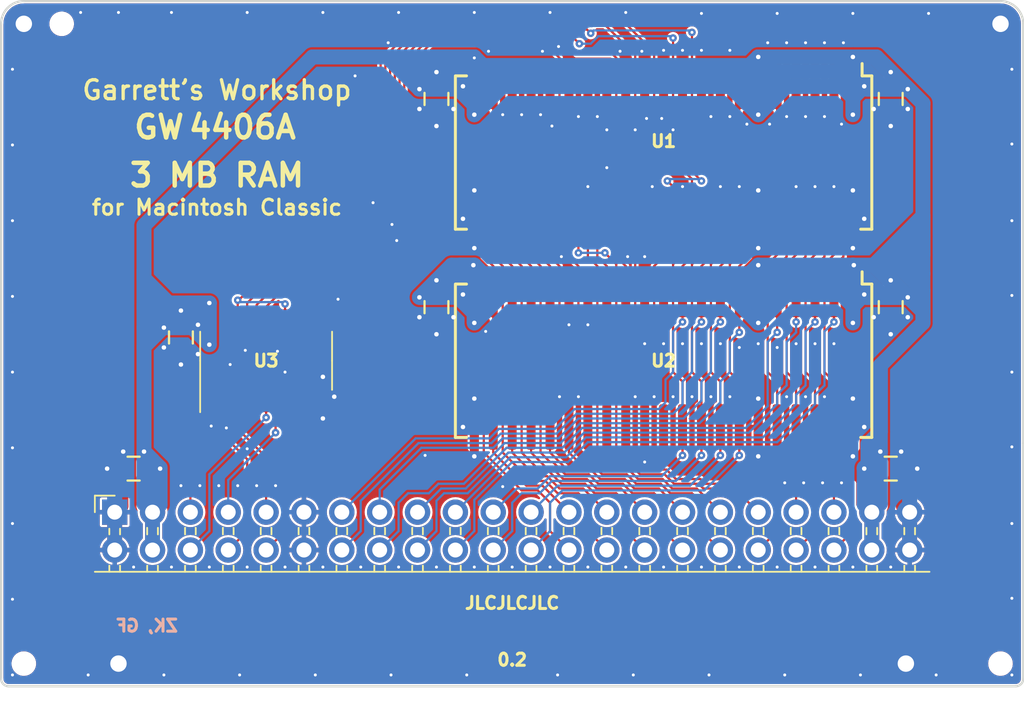
<source format=kicad_pcb>
(kicad_pcb (version 20211014) (generator pcbnew)
  (layers (0 "F.Cu" mixed) (31 "B.Cu" mixed) (34 "B.Paste" user) (35 "F.Paste" user) (36 "B.SilkS" user "B.Silkscreen") (37 "F.SilkS" user "F.Silkscreen") (38 "B.Mask" user) (39 "F.Mask" user) (44 "Edge.Cuts" user))
  (net 0 "")
  (net 1 "+5V")
  (net 2 "/~{WE}")
  (net 3 "GND")
  (net 4 "/A0")
  (net 5 "/A1")
  (net 6 "/A2")
  (net 7 "/A3")
  (net 8 "/A4")
  (net 9 "/A5")
  (net 10 "/A6")
  (net 11 "/A7")
  (net 12 "/A8")
  (net 13 "/A9")
  (net 14 "/~{RAS}")
  (net 15 "/DQ7")
  (net 16 "/DQ6")
  (net 17 "/DQ5")
  (net 18 "/DQ4")
  (net 19 "/DQ3")
  (net 20 "/DQ2")
  (net 21 "/DQ1")
  (net 22 "/DQ0")
  (net 23 "/U~{CAS}C")
  (net 24 "/L~{CAS}C")
  (net 25 "/L~{CAS}1")
  (net 26 "/U~{CAS}1")
  (net 27 "/U~{CAS}D")
  (net 28 "/L~{CAS}D")
  (net 29 "/DQ8")
  (net 30 "/DQ10")
  (net 31 "/DQ9")
  (net 32 "/DQ11")
  (net 33 "/DQ12")
  (net 34 "/DQ14")
  (net 35 "/DQ13")
  (net 36 "/DQ15")
  (net 37 "/~{OE}1")
  (net 38 "/~{OE}0")
  (net 41 "/U~{CAS}0")
  (net 42 "/L~{CAS}0")
  (footprint "stdpads:Fiducial" (layer "F.Cu") (at 92.964 90.424)
    (fp_text reference "FID4" hide)
    (fp_text value "Fiducial" hide)
  )
  (footprint "stdpads:C_0805" (layer "F.Cu") (at 115.57 109.435 -90)
    (fp_text reference "C4")
    (fp_text value "2u2")
  )
  (footprint "stdpads:C_0805" (layer "F.Cu") (at 95.25 120.269 180)
    (fp_text reference "C1")
    (fp_text value "2u2")
  )
  (footprint "stdpads:C_0805" (layer "F.Cu") (at 146.05 109.435 -90)
    (fp_text reference "C5")
    (fp_text value "2u2")
  )
  (footprint "stdpads:Fiducial" (layer "F.Cu") (at 150.876 90.424)
    (fp_text reference "FID3" hide)
    (fp_text value "Fiducial" hide)
  )
  (footprint "stdpads:PasteHole_1.1mm_PTH" (layer "F.Cu") (at 87.884 90.424)
    (fp_text reference "H4")
    (fp_text value " " hide)
  )
  (footprint "stdpads:PasteHole_1.1mm_PTH" (layer "F.Cu") (at 153.416 90.424)
    (fp_text reference "H3")
    (fp_text value " " hide)
  )
  (footprint "stdpads:PinSocket_2x22_P2.54mm_Horizontal" (layer "F.Cu") (at 93.98 123.19 90)
    (fp_text reference "J1" hide)
    (fp_text value "RAM Exp." hide)
  )
  (footprint "stdpads:PasteHole_1.1mm_PTH" (layer "F.Cu") (at 147.066 133.35 180)
    (fp_text reference "H2")
    (fp_text value " " hide)
  )
  (footprint "stdpads:Fiducial" (layer "F.Cu") (at 94.234 130.81 180)
    (fp_text reference "FID1" hide)
    (fp_text value "Fiducial" hide)
  )
  (footprint "stdpads:Fiducial" (layer "F.Cu") (at 147.066 130.81 180)
    (fp_text reference "FID2" hide)
    (fp_text value "Fiducial" hide)
  )
  (footprint "stdpads:SOJ-42_400mil" (layer "F.Cu") (at 130.81 99.06 -90)
    (fp_text reference "U1")
    (fp_text value "AS4C1M16F5")
  )
  (footprint "stdpads:SOIC-14_3.9mm" (layer "F.Cu") (at 104.14 113.03)
    (fp_text reference "U3")
    (fp_text value "74HCT08D")
  )
  (footprint "stdpads:SOJ-42_400mil" (layer "F.Cu") (at 130.81 113.03 -90)
    (fp_text reference "U2")
    (fp_text value "AS4C1M16F5")
  )
  (footprint "stdpads:C_0805" (layer "F.Cu") (at 146.05 120.269)
    (fp_text reference "C2")
    (fp_text value "2u2")
  )
  (footprint "stdpads:C_0805" (layer "F.Cu") (at 98.425 111.467 -90)
    (fp_text reference "C3")
    (fp_text value "2u2")
  )
  (footprint "stdpads:C_0805" (layer "F.Cu") (at 146.05 95.465 -90)
    (fp_text reference "C7")
    (fp_text value "2u2")
  )
  (footprint "stdpads:C_0805" (layer "F.Cu") (at 115.57 95.465 -90)
    (fp_text reference "C6")
    (fp_text value "2u2")
  )
  (footprint "stdpads:PasteHole_1.1mm_PTH" (layer "F.Cu") (at 94.234 133.35 180)
    (fp_text reference "H1")
    (fp_text value " " hide)
  )
  (footprint "stdpads:PasteHole_1.152mm_NPTH" (layer "F.Cu") (at 87.884 133.35)
    (fp_text reference "H6")
    (fp_text value " " hide)
  )
  (footprint "stdpads:PasteHole_1.152mm_NPTH" (layer "F.Cu") (at 90.424 90.424)
    (fp_text reference "H7")
    (fp_text value " " hide)
  )
  (footprint "stdpads:PasteHole_1.152mm_NPTH" (layer "F.Cu") (at 153.416 133.35)
    (fp_text reference "H5")
    (fp_text value " " hide)
  )
  (gr_line (start 153.416 88.9) (end 87.884 88.9) (layer "Edge.Cuts") (width 0.15))
  (gr_line (start 154.94 118.5545) (end 154.94 90.424) (layer "Edge.Cuts") (width 0.15))
  (gr_arc (start 86.36 90.424) (mid 86.806369 89.346369) (end 87.884 88.9) (layer "Edge.Cuts") (width 0.15))
  (gr_arc (start 153.416 88.9) (mid 154.493631 89.346369) (end 154.94 90.424) (layer "Edge.Cuts") (width 0.15))
  (gr_arc (start 86.868 134.874) (mid 86.50879 134.72521) (end 86.36 134.366) (layer "Edge.Cuts") (width 0.15))
  (gr_line (start 154.94 134.366) (end 154.94 118.5545) (layer "Edge.Cuts") (width 0.15))
  (gr_line (start 86.36 90.424) (end 86.36 134.366) (layer "Edge.Cuts") (width 0.15))
  (gr_line (start 86.868 134.874) (end 154.432 134.874) (layer "Edge.Cuts") (width 0.15))
  (gr_arc (start 154.94 134.366) (mid 154.79121 134.72521) (end 154.432 134.874) (layer "Edge.Cuts") (width 0.15))
  (gr_text "ZK, GF" (at 96.139 130.81) (layer "B.SilkS") (effects (font (size 0.8128 0.8128) (thickness 0.2032)) (justify mirror)))
  (gr_text "Garrett’s Workshop" (at 100.838 94.869) (layer "F.SilkS") (effects (font (size 1.27 1.27) (thickness 0.225))))
  (gr_text "GW" (at 96.9602 97.358) (layer "F.SilkS") (effects (font (size 1.524 1.524) (thickness 0.3))))
  (gr_text "3 MB RAM" (at 100.838 100.584) (layer "F.SilkS") (effects (font (size 1.524 1.524) (thickness 0.3))))
  (gr_text "4406A" (at 102.5482 97.358) (layer "F.SilkS") (effects (font (size 1.524 1.524) (thickness 0.3))))
  (gr_text "for Macintosh Classic" (at 100.838 102.743) (layer "F.SilkS") (effects (font (size 1.016 1.016) (thickness 0.2))))
  (gr_text "0.2" (at 120.65 133.096) (layer "F.SilkS") (effects (font (size 0.8128 0.8128) (thickness 0.2032))))
  (gr_text "JLCJLCJLC" (at 120.65 129.286) (layer "F.SilkS") (effects (font (size 0.8128 0.8128) (thickness 0.2032))))
  (segment (start 137.16 94.59) (end 137.16 96.52) (width 0.6) (layer "F.Cu") (net 1))
  (segment (start 137.16 108.56) (end 137.16 110.49) (width 0.6) (layer "F.Cu") (net 1))
  (segment (start 137.16 94.59) (end 137.16 92.6465) (width 0.6) (layer "F.Cu") (net 1))
  (segment (start 137.16 108.56) (end 137.16 106.6165) (width 0.6) (layer "F.Cu") (net 1))
  (segment (start 146.05 108.585) (end 146.05 107.6325) (width 0.6) (layer "F.Cu") (net 1))
  (segment (start 146.05 108.585) (end 144.272 108.585) (width 0.6) (layer "F.Cu") (net 1))
  (segment (start 146.05 108.585) (end 147.0025 108.585) (width 0.6) (layer "F.Cu") (net 1))
  (segment (start 147.0025 108.585) (end 147.193 108.7755) (width 0.6) (layer "F.Cu") (net 1))
  (segment (start 115.57 94.615) (end 117.348 94.615) (width 0.6) (layer "F.Cu") (net 1))
  (segment (start 115.57 94.615) (end 115.57 93.6625) (width 0.6) (layer "F.Cu") (net 1))
  (segment (start 114.6175 94.615) (end 114.427 94.8055) (width 0.6) (layer "F.Cu") (net 1))
  (segment (start 115.57 94.615) (end 114.6175 94.615) (width 0.6) (layer "F.Cu") (net 1))
  (segment (start 96.1 120.269) (end 97.028 120.269) (width 0.6) (layer "F.Cu") (net 1))
  (segment (start 96.1 120.269) (end 96.1 119.2775) (width 0.6) (layer "F.Cu") (net 1))
  (segment (start 96.1 119.2775) (end 95.9485 119.126) (width 0.6) (layer "F.Cu") (net 1))
  (segment (start 100.33 110.555) (end 100.33 111.9505) (width 0.6) (layer "F.Cu") (net 1))
  (segment (start 97.4725 110.617) (end 97.282 110.8075) (width 0.6) (layer "F.Cu") (net 1))
  (segment (start 100.33 110.555) (end 100.268 110.617) (width 0.6) (layer "F.Cu") (net 1))
  (segment (start 100.268 110.617) (end 99.568 110.617) (width 0.6) (layer "F.Cu") (net 1))
  (segment (start 98.425 110.617) (end 98.425 109.6645) (width 0.6) (layer "F.Cu") (net 1))
  (segment (start 100.33 110.555) (end 100.33 109.1565) (width 0.6) (layer "F.Cu") (net 1))
  (segment (start 98.425 110.617) (end 97.4725 110.617) (width 0.6) (layer "F.Cu") (net 1))
  (segment (start 98.425 110.617) (end 99.568 110.617) (width 0.6) (layer "F.Cu") (net 1))
  (segment (start 145.2 122.77) (end 144.78 123.19) (width 1) (layer "F.Cu") (net 1))
  (segment (start 143.51 108.56) (end 143.51 106.68) (width 0.6) (layer "F.Cu") (net 1))
  (segment (start 143.51 94.59) (end 143.51 92.6465) (width 0.6) (layer "F.Cu") (net 1))
  (segment (start 118.11 94.59) (end 118.11 96.52) (width 0.6) (layer "F.Cu") (net 1))
  (segment (start 118.11 108.56) (end 118.11 106.68) (width 0.6) (layer "F.Cu") (net 1))
  (segment (start 143.535 108.585) (end 144.272 108.585) (width 0.6) (layer "F.Cu") (net 1))
  (segment (start 118.085 94.615) (end 117.348 94.615) (width 0.6) (layer "F.Cu") (net 1))
  (segment (start 147.0025 94.615) (end 147.193 94.8055) (width 0.6) (layer "F.Cu") (net 1))
  (segment (start 143.51 108.56) (end 143.535 108.585) (width 0.6) (layer "F.Cu") (net 1))
  (segment (start 96.1 120.269) (end 96.1 122.77) (width 1) (layer "F.Cu") (net 1))
  (segment (start 145.2 120.269) (end 145.2 119.2775) (width 0.6) (layer "F.Cu") (net 1))
  (segment (start 115.57 108.585) (end 115.57 107.6325) (width 0.6) (layer "F.Cu") (net 1))
  (segment (start 146.05 94.615) (end 146.05 93.6625) (width 0.6) (layer "F.Cu") (net 1))
  (segment (start 96.52 123.19) (end 96.52 125.73) (width 1) (layer "F.Cu") (net 1))
  (segment (start 145.2 120.269) (end 145.2 122.77) (width 1) (layer "F.Cu") (net 1))
  (segment (start 114.6175 108.585) (end 114.427 108.7755) (width 0.6) (layer "F.Cu") (net 1))
  (segment (start 118.085 108.585) (end 117.348 108.585) (width 0.6) (layer "F.Cu") (net 1))
  (segment (start 143.51 94.59) (end 143.535 94.615) (width 0.6) (layer "F.Cu") (net 1))
  (segment (start 118.11 108.56) (end 118.085 108.585) (width 0.6) (layer "F.Cu") (net 1))
  (segment (start 118.11 108.56) (end 118.11 110.49) (width 0.6) (layer "F.Cu") (net 1))
  (segment (start 143.51 108.56) (end 143.51 110.49) (width 0.6) (layer "F.Cu") (net 1))
  (segment (start 143.51 94.59) (end 143.51 96.52) (width 0.6) (layer "F.Cu") (net 1))
  (segment (start 118.11 94.59) (end 118.11 92.71) (width 0.5) (layer "F.Cu") (net 1))
  (segment (start 118.11 106.68) (end 118.0465 106.6165) (width 0.6) (layer "F.Cu") (net 1))
  (segment (start 146.05 94.615) (end 147.0025 94.615) (width 0.6) (layer "F.Cu") (net 1))
  (segment (start 146.05 94.615) (end 144.272 94.615) (width 0.6) (layer "F.Cu") (net 1))
  (segment (start 145.2 120.269) (end 144.272 120.269) (width 0.6) (layer "F.Cu") (net 1))
  (segment (start 143.535 94.615) (end 144.272 94.615) (width 0.6) (layer "F.Cu") (net 1))
  (segment (start 115.57 108.585) (end 117.348 108.585) (width 0.6) (layer "F.Cu") (net 1))
  (segment (start 118.11 94.59) (end 118.085 94.615) (width 0.6) (layer "F.Cu") (net 1))
  (segment (start 145.2 119.2775) (end 145.3515 119.126) (width 0.6) (layer "F.Cu") (net 1))
  (segment (start 115.57 108.585) (end 114.6175 108.585) (width 0.6) (layer "F.Cu") (net 1))
  (segment (start 96.1 122.77) (end 96.52 123.19) (width 1) (layer "F.Cu") (net 1))
  (segment (start 144.78 123.19) (end 144.78 125.73) (width 1) (layer "F.Cu") (net 1))
  (segment (start 143.51 106.68) (end 143.5735 106.6165) (width 0.6) (layer "F.Cu") (net 1))
  (via (at 137.16 96.52) (size 0.6) (drill 0.3) (layers "F.Cu" "B.Cu") (net 1))
  (via (at 137.16 110.49) (size 0.6) (drill 0.3) (layers "F.Cu" "B.Cu") (net 1))
  (via (at 137.16 92.6465) (size 0.6) (drill 0.3) (layers "F.Cu" "B.Cu") (net 1))
  (via (at 137.16 106.6165) (size 0.6) (drill 0.3) (layers "F.Cu" "B.Cu") (net 1))
  (via (at 146.05 107.6325) (size 0.6) (drill 0.3) (layers "F.Cu" "B.Cu") (net 1))
  (via (at 147.193 108.7755) (size 0.6) (drill 0.3) (layers "F.Cu" "B.Cu") (net 1))
  (via (at 114.427 94.8055) (size 0.6) (drill 0.3) (layers "F.Cu" "B.Cu") (net 1))
  (via (at 115.57 93.6625) (size 0.6) (drill 0.3) (layers "F.Cu" "B.Cu") (net 1))
  (via (at 97.028 120.269) (size 0.6) (drill 0.3) (layers "F.Cu" "B.Cu") (net 1))
  (via (at 95.9485 119.126) (size 0.6) (drill 0.3) (layers "F.Cu" "B.Cu") (net 1))
  (via (at 100.33 111.9505) (size 0.6) (drill 0.3) (layers "F.Cu" "B.Cu") (net 1))
  (via (at 98.425 109.6645) (size 0.6) (drill 0.3) (layers "F.Cu" "B.Cu") (net 1))
  (via (at 100.33 109.1565) (size 0.6) (drill 0.3) (layers "F.Cu" "B.Cu") (net 1))
  (via (at 99.568 110.617) (size 0.6) (drill 0.3) (layers "F.Cu" "B.Cu") (net 1))
  (via (at 97.282 110.8075) (size 0.6) (drill 0.3) (layers "F.Cu" "B.Cu") (net 1))
  (via (at 115.57 107.6325) (size 0.6) (drill 0.3) (layers "F.Cu" "B.Cu") (net 1))
  (via (at 143.5735 106.6165) (size 0.6) (drill 0.3) (layers "F.Cu" "B.Cu") (net 1))
  (via (at 144.272 120.269) (size 0.6) (drill 0.3) (layers "F.Cu" "B.Cu") (net 1))
  (via (at 144.272 108.585) (size 0.6) (drill 0.3) (layers "F.Cu" "B.Cu") (net 1))
  (via (at 143.51 92.6465) (size 0.6) (drill 0.3) (layers "F.Cu" "B.Cu") (net 1))
  (via (at 145.3515 119.126) (size 0.6) (drill 0.3) (layers "F.Cu" "B.Cu") (net 1))
  (via (at 144.272 94.615) (size 0.6) (drill 0.3) (layers "F.Cu" "B.Cu") (net 1))
  (via (at 118.11 92.71) (size 0.5) (drill 0.2) (layers "F.Cu" "B.Cu") (net 1))
  (via (at 143.51 110.49) (size 0.6) (drill 0.3) (layers "F.Cu" "B.Cu") (net 1))
  (via (at 143.51 96.52) (size 0.6) (drill 0.3) (layers "F.Cu" "B.Cu") (net 1))
  (via (at 117.348 108.585) (size 0.6) (drill 0.3) (layers "F.Cu" "B.Cu") (net 1))
  (via (at 118.11 110.49) (size 0.6) (drill 0.3) (layers "F.Cu" "B.Cu") (net 1))
  (via (at 117.348 94.615) (size 0.6) (drill 0.3) (layers "F.Cu" "B.Cu") (net 1))
  (via (at 147.193 94.8055) (size 0.6) (drill 0.3) (layers "F.Cu" "B.Cu") (net 1))
  (via (at 118.0465 106.6165) (size 0.6) (drill 0.3) (layers "F.Cu" "B.Cu") (net 1))
  (via (at 146.05 93.6625) (size 0.6) (drill 0.3) (layers "F.Cu" "B.Cu") (net 1))
  (via (at 118.11 96.52) (size 0.6) (drill 0.3) (layers "F.Cu" "B.Cu") (net 1))
  (via (at 114.427 108.7755) (size 0.6) (drill 0.3) (layers "F.Cu" "B.Cu") (net 1))
  (segment (start 137.16 92.6465) (end 143.51 92.6465) (width 1) (layer "B.Cu") (net 1))
  (segment (start 117.0305 94.8055) (end 118.11 95.885) (width 1) (layer "B.Cu") (net 1))
  (segment (start 137.82675 93.31325) (end 137.16 92.6465) (width 1) (layer "B.Cu") (net 1))
  (segment (start 137.8585 95.8215) (end 137.16 96.52) (width 1) (layer "B.Cu") (net 1))
  (segment (start 137.8585 93.345) (end 137.82675 93.31325) (width 1) (layer "B.Cu") (net 1))
  (segment (start 137.8585 95.8215) (end 137.8585 93.345) (width 1) (layer "B.Cu") (net 1))
  (segment (start 139.065 94.615) (end 137.8585 95.8215) (width 1) (layer "B.Cu") (net 1))
  (segment (start 139.1285 94.615) (end 137.82675 93.31325) (width 1) (layer "B.Cu") (net 1))
  (segment (start 135.255 94.615) (end 139.065 94.615) (width 1) (layer "B.Cu") (net 1))
  (segment (start 118.11 95.885) (end 118.11 96.52) (width 1) (layer "B.Cu") (net 1))
  (segment (start 118.11 92.6465) (end 116.586 92.6465) (width 1) (layer "B.Cu") (net 1))
  (segment (start 118.11 93.853) (end 118.11 92.6465) (width 1) (layer "B.Cu") (net 1))
  (segment (start 116.586 92.6465) (end 114.427 94.8055) (width 1) (layer "B.Cu") (net 1))
  (segment (start 118.11 92.6465) (end 118.71325 93.24975) (width 1) (layer "B.Cu") (net 1))
  (segment (start 118.11 92.6465) (end 118.11 96.52) (width 1) (layer "B.Cu") (net 1))
  (segment (start 118.11 92.6465) (end 115.951 94.8055) (width 1) (layer "B.Cu") (net 1))
  (segment (start 115.951 94.8055) (end 114.9985 94.8055) (width 1) (layer "B.Cu") (net 1))
  (segment (start 117.1575 92.6465) (end 114.9985 94.8055) (width 1) (layer "B.Cu") (net 1))
  (segment (start 147.066 94.8055) (end 144.907 92.6465) (width 1) (layer "B.Cu") (net 1))
  (segment (start 117.348 94.615) (end 118.11 93.853) (width 1) (layer "B.Cu") (net 1))
  (segment (start 143.51 92.6465) (end 145.034 92.6465) (width 1) (layer "B.Cu") (net 1))
  (segment (start 118.11 95.377) (end 118.11 96.52) (width 1) (layer "B.Cu") (net 1))
  (segment (start 148.209 95.758) (end 147.2565 94.8055) (width 1) (layer "B.Cu") (net 1))
  (segment (start 144.272 94.615) (end 139.1285 94.615) (width 1) (layer "B.Cu") (net 1))
  (segment (start 144.272 94.615) (end 139.065 94.615) (width 1) (layer "B.Cu") (net 1))
  (segment (start 137.16 96.52) (end 137.16 92.6465) (width 1) (layer "B.Cu") (net 1))
  (segment (start 147.193 94.8055) (end 147.066 94.8055) (width 1) (layer "B.Cu") (net 1))
  (segment (start 147.2565 94.8055) (end 147.193 94.8055) (width 1) (layer "B.Cu") (net 1))
  (segment (start 145.034 92.6465) (end 147.193 94.8055) (width 1) (layer "B.Cu") (net 1))
  (segment (start 117.348 94.615) (end 118.11 95.377) (width 1) (layer "B.Cu") (net 1))
  (segment (start 117.348 94.615) (end 135.1915 94.615) (width 1) (layer "B.Cu") (net 1))
  (segment (start 117.348 94.615) (end 135.255 94.615) (width 1) (layer "B.Cu") (net 1))
  (segment (start 144.907 92.6465) (end 145.0975 92.6465) (width 1) (layer "B.Cu") (net 1))
  (segment (start 145.0975 92.6465) (end 148.209 95.758) (width 1) (layer "B.Cu") (net 1))
  (segment (start 118.11 92.6465) (end 118.6815 93.218) (width 1) (layer "B.Cu") (net 1))
  (segment (start 118.11 92.6465) (end 117.1575 92.6465) (width 1) (layer "B.Cu") (net 1))
  (segment (start 136.398 95.758) (end 137.16 96.52) (width 1) (layer "B.Cu") (net 1))
  (segment (start 136.398 93.4085) (end 136.55675 93.24975) (width 1) (layer "B.Cu") (net 1))
  (segment (start 136.398 95.758) (end 136.398 93.4085) (width 1) (layer "B.Cu") (net 1))
  (segment (start 135.1915 94.615) (end 136.55675 93.24975) (width 1) (layer "B.Cu") (net 1))
  (segment (start 135.255 94.615) (end 136.398 95.758) (width 1) (layer "B.Cu") (net 1))
  (segment (start 136.55675 93.24975) (end 137.16 92.6465) (width 1) (layer "B.Cu") (net 1))
  (segment (start 139.065 94.615) (end 142.748 94.615) (width 1) (layer "B.Cu") (net 1))
  (segment (start 143.51 92.6465) (end 143.51 93.853) (width 1) (layer "B.Cu") (net 1))
  (segment (start 143.51 93.853) (end 144.272 94.615) (width 1) (layer "B.Cu") (net 1))
  (segment (start 143.51 92.6465) (end 145.669 94.8055) (width 1) (layer "B.Cu") (net 1))
  (segment (start 145.669 94.8055) (end 147.193 94.8055) (width 1) (layer "B.Cu") (net 1))
  (segment (start 143.51 95.377) (end 144.272 94.615) (width 1) (layer "B.Cu") (net 1))
  (segment (start 143.51 96.52) (end 143.51 95.377) (width 1) (layer "B.Cu") (net 1))
  (segment (start 136.5885 93.218) (end 137.16 92.6465) (width 1) (layer "B.Cu") (net 1))
  (segment (start 118.6815 93.218) (end 136.5885 93.218) (width 1) (layer "B.Cu") (net 1))
  (segment (start 142.5321 93.6244) (end 143.51 92.6465) (width 1) (layer "B.Cu") (net 1))
  (segment (start 138.1379 93.6244) (end 142.5321 93.6244) (width 1) (layer "B.Cu") (net 1))
  (segment (start 114.427 94.8055) (end 114.9985 94.8055) (width 1) (layer "B.Cu") (net 1))
  (segment (start 135.1915 94.615) (end 120.015 94.615) (width 1) (layer "B.Cu") (net 1))
  (segment (start 120.0785 94.615) (end 135.1915 94.615) (width 1) (layer "B.Cu") (net 1))
  (segment (start 114.427 94.8055) (end 117.0305 94.8055) (width 1) (layer "B.Cu") (net 1))
  (segment (start 120.015 94.615) (end 118.745 95.885) (width 1) (layer "B.Cu") (net 1))
  (segment (start 137.16 92.6465) (end 138.1379 93.6244) (width 1) (layer "B.Cu") (net 1))
  (segment (start 118.745 93.2815) (end 118.71325 93.24975) (width 1) (layer "B.Cu") (net 1))
  (segment (start 118.11 93.853) (end 135.9535 93.853) (width 1) (layer "B.Cu") (net 1))
  (segment (start 135.9535 93.853) (end 137.16 92.6465) (width 1) (layer "B.Cu") (net 1))
  (segment (start 118.745 95.885) (end 118.11 96.52) (width 1) (layer "B.Cu") (net 1))
  (segment (start 142.748 94.615) (end 143.51 95.377) (width 1) (layer "B.Cu") (net 1))
  (segment (start 118.71325 93.24975) (end 120.0785 94.615) (width 1) (layer "B.Cu") (net 1))
  (segment (start 118.745 95.885) (end 118.745 93.2815) (width 1) (layer "B.Cu") (net 1))
  (segment (start 147.193 94.8055) (end 144.0815 94.8055) (width 1) (layer "B.Cu") (net 1))
  (segment (start 144.0815 94.8055) (end 143.51 95.377) (width 1) (layer "B.Cu") (net 1))
  (segment (start 144.4625 94.8055) (end 144.272 94.615) (width 1) (layer "B.Cu") (net 1))
  (segment (start 147.193 94.8055) (end 144.4625 94.8055) (width 1) (layer "B.Cu") (net 1))
  (segment (start 142.748 94.615) (end 143.51 93.853) (width 1) (layer "B.Cu") (net 1))
  (segment (start 144.272 94.615) (end 147.066 94.615) (width 1) (layer "B.Cu") (net 1))
  (segment (start 147.066 94.615) (end 148.209 95.758) (width 1) (layer "B.Cu") (net 1))
  (segment (start 143.51 107.823) (end 144.272 108.585) (width 1) (layer "B.Cu") (net 1))
  (segment (start 112.3315 92.71) (end 118.11 92.71) (width 1) (layer "B.Cu") (net 1))
  (segment (start 142.5321 107.5944) (end 143.51 106.6165) (width 1) (layer "B.Cu") (net 1))
  (segment (start 147.193 108.7755) (end 144.4625 108.7755) (width 1) (layer "B.Cu") (net 1))
  (segment (start 100.33 111.9505) (end 100.33 109.1565) (width 1) (layer "B.Cu") (net 1))
  (segment (start 115.951 108.7755) (end 114.9985 108.7755) (width 1) (layer "B.Cu") (net 1))
  (segment (start 95.9485 112.141) (end 95.9485 110.8075) (width 1) (layer "B.Cu") (net 1))
  (segment (start 97.282 110.8075) (end 99.259502 110.8075) (width 1) (layer "B.Cu") (net 1))
  (segment (start 147.6375 106.6165) (end 148.209 107.188) (width 1) (layer "B.Cu") (net 1))
  (segment (start 142.748 108.585) (end 143.51 107.823) (width 1) (layer "B.Cu") (net 1))
  (segment (start 118.11 92.71) (end 118.0465 92.6465) (width 1) (layer "B.Cu") (net 1))
  (segment (start 147.066 108.7755) (end 144.907 106.6165) (width 1) (layer "B.Cu") (net 1))
  (segment (start 95.9485 112.0775) (end 95.9485 112.141) (width 1) (layer "B.Cu") (net 1))
  (segment (start 95.9485 109.474) (end 95.9485 109.347) (width 1) (layer "B.Cu") (net 1))
  (segment (start 139.065 108.585) (end 142.748 108.585) (width 1) (layer "B.Cu") (net 1))
  (segment (start 118.11 109.347) (end 118.11 110.49) (width 1) (layer "B.Cu") (net 1))
  (segment (start 112.268 92.6465) (end 112.3315 92.71) (width 1) (layer "B.Cu") (net 1))
  (segment (start 144.272 120.2055) (end 145.3515 119.126) (width 1) (layer "B.Cu") (net 1))
  (segment (start 137.16 106.6165) (end 143.51 106.6165) (width 1) (layer "B.Cu") (net 1))
  (segment (start 117.0305 108.7755) (end 118.11 109.855) (width 1) (layer "B.Cu") (net 1))
  (segment (start 145.034 106.6165) (end 147.193 108.7755) (width 1) (layer "B.Cu") (net 1))
  (segment (start 112.268 92.6465) (end 113.284 93.6625) (width 1) (layer "B.Cu") (net 1))
  (segment (start 117.1575 106.6165) (end 114.9985 108.7755) (width 1) (layer "B.Cu") (net 1))
  (segment (start 144.78 123.19) (end 144.78 119.6975) (width 1) (layer "B.Cu") (net 1))
  (segment (start 147.5105 106.6165) (end 147.6375 106.6165) (width 1) (layer "B.Cu") (net 1))
  (segment (start 118.11 106.6165) (end 118.6815 107.188) (width 1) (layer "B.Cu") (net 1))
  (segment (start 147.193 108.7755) (end 147.066 108.7755) (width 1) (layer "B.Cu") (net 1))
  (segment (start 144.272 108.585) (end 147.066 108.585) (width 1) (layer "B.Cu") (net 1))
  (segment (start 135.255 108.585) (end 139.065 108.585) (width 1) (layer "B.Cu") (net 1))
  (segment (start 97.2185 110.8075) (end 95.9485 112.0775) (width 1) (layer "B.Cu") (net 1))
  (segment (start 100.33 109.1565) (end 98.933 109.1565) (width 1) (layer "B.Cu") (net 1))
  (segment (start 144.78 123.19) (end 144.272 122.682) (width 1) (layer "B.Cu") (net 1))
  (segment (start 146.2405 106.6165) (end 148.209 104.648) (width 1) (layer "B.Cu") (net 1))
  (segment (start 99.187 110.8075) (end 100.33 111.9505) (width 1) (layer "B.Cu") (net 1))
  (segment (start 117.348 108.585) (end 118.11 107.823) (width 1) (layer "B.Cu") (net 1))
  (segment (start 147.5105 106.6165) (end 148.209 105.918) (width 1) (layer "B.Cu") (net 1))
  (segment (start 148.209 107.188) (end 148.209 103.3145) (width 1) (layer "B.Cu") (net 1))
  (segment (start 96.52 119.6975) (end 95.9485 119.126) (width 1) (layer "B.Cu") (net 1))
  (segment (start 117.348 108.585) (end 135.1915 108.585) (width 1) (layer "B.Cu") (net 1))
  (segment (start 97.282 110.8075) (end 95.9485 109.474) (width 1) (layer "B.Cu") (net 1))
  (segment (start 118.6815 107.188) (end 136.5885 107.188) (width 1) (layer "B.Cu") (net 1))
  (segment (start 147.066 108.585) (end 148.209 109.728) (width 1) (layer "B.Cu") (net 1))
  (segment (start 100.33 109.1565) (end 98.679 110.8075) (width 1) (layer "B.Cu") (net 1))
  (segment (start 95.9485 106.9975) (end 95.9485 103.9495) (width 1) (layer "B.Cu") (net 1))
  (segment (start 96.266 109.6645) (end 95.9485 109.347) (width 1) (layer "B.Cu") (net 1))
  (segment (start 145.3515 119.126) (end 145.3515 122.6185) (width 1) (layer "B.Cu") (net 1))
  (segment (start 118.745 109.855) (end 118.745 107.2515) (width 1) (layer "B.Cu") (net 1))
  (segment (start 135.9535 107.823) (end 137.16 106.6165) (width 1) (layer "B.Cu") (net 1))
  (segment (start 145.0975 106.6165) (end 148.209 109.728) (width 1) (layer "B.Cu") (net 1))
  (segment (start 145.3515 119.126) (end 145.3515 113.3475) (width 1) (layer "B.Cu") (net 1))
  (segment (start 135.255 108.585) (end 136.398 109.728) (width 1) (layer "B.Cu") (net 1))
  (segment (start 143.51 106.6165) (end 143.51 107.823) (width 1) (layer "B.Cu") (net 1))
  (segment (start 144.526 120.015) (end 144.526 118.618) (width 1) (layer "B.Cu") (net 1))
  (segment (start 98.8695 109.1565) (end 100.33 109.1565) (width 1) (layer "B.Cu") (net 1))
  (segment (start 144.78 123.19) (end 144.78 125.73) (width 1) (layer "B.Cu") (net 1))
  (segment (start 144.0815 108.7755) (end 143.51 109.347) (width 1) (layer "B.Cu") (net 1))
  (segment (start 139.1285 108.585) (end 137.82675 107.28325) (width 1) (layer "B.Cu") (net 1))
  (segment (start 118.11 109.855) (end 118.11 110.49) (width 1) (layer "B.Cu") (net 1))
  (segment (start 145.3515 113.3475) (end 148.209 110.49) (width 1) (layer "B.Cu") (net 1))
  (segment (start 117.348 108.585) (end 135.255 108.585) (width 1) (layer "B.Cu") (net 1))
  (segment (start 144.272 108.585) (end 139.1285 108.585) (width 1) (layer "B.Cu") (net 1))
  (segment (start 136.398 109.728) (end 136.398 107.3785) (width 1) (layer "B.Cu") (net 1))
  (segment (start 118.11 106.6165) (end 118.11 110.49) (width 1) (layer "B.Cu") (net 1))
  (segment (start 114.427 108.7755) (end 114.9985 108.7755) (width 1) (layer "B.Cu") (net 1))
  (segment (start 144.907 106.6165) (end 146.4945 106.6165) (width 1) (layer "B.Cu") (net 1))
  (segment (start 144.907 106.6165) (end 146.2405 106.6165) (width 1) (layer "B.Cu") (net 1))
  (segment (start 95.9485 110.8075) (end 97.282 110.8075) (width 1) (layer "B.Cu") (net 1))
  (segment (start 95.9485 103.9495) (end 107.2515 92.6465) (width 1) (layer "B.Cu") (net 1))
  (segment (start 112.268 92.6465) (end 114.427 94.8055) (width 1) (layer "B.Cu") (net 1))
  (segment (start 100.33 109.1565) (end 96.139 109.1565) (width 1) (layer "B.Cu") (net 1))
  (segment (start 145.669 108.7755) (end 147.193 108.7755) (width 1) (layer "B.Cu") (net 1))
  (segment (start 97.028 120.2055) (end 97.028 120.269) (width 1) (layer "B.Cu") (net 1))
  (segment (start 118.745 109.855) (end 118.11 110.49) (width 1) (layer "B.Cu") (net 1))
  (segment (start 95.9485 110.8075) (end 95.9485 109.347) (width 1) (layer "B.Cu") (net 1))
  (segment (start 98.425 109.6645) (end 98.6155 109.6645) (width 1) (layer "B.Cu") (net 1))
  (segment (start 146.4945 106.6165) (end 148.209 108.331) (width 1) (layer "B.Cu") (net 1))
  (segment (start 136.55675 107.21975) (end 137.16 106.6165) (width 1) (layer "B.Cu") (net 1))
  (segment (start 142.748 108.585) (end 143.51 109.347) (width 1) (layer "B.Cu") (net 1))
  (segment (start 144.272 122.682) (end 144.272 120.269) (width 1) (layer "B.Cu") (net 1))
  (segment (start 144.907 106.6165) (end 148.209 103.3145) (width 1) (layer "B.Cu") (net 1))
  (segment (start 118.11 106.6165) (end 116.586 106.6165) (width 1) (layer "B.Cu") (net 1))
  (segment (start 98.933 109.1565) (end 97.282 110.8075) (width 1) (layer "B.Cu") (net 1))
  (segment (start 115.57 107.6325) (end 116.3955 107.6325) (width 1) (layer "B.Cu") (net 1))
  (segment (start 112.268 92.6465) (end 114.554 92.6465) (width 1) (layer "B.Cu") (net 1))
  (segment (start 144.272 120.269) (end 144.526 120.015) (width 1) (layer "B.Cu") (net 1))
  (segment (start 135.1915 108.585) (end 136.55675 107.21975) (width 1) (layer "B.Cu") (net 1))
  (segment (start 98.425 109.6645) (end 96.266 109.6645) (width 1) (layer "B.Cu") (net 1))
  (segment (start 146.2405 106.6165) (end 147.5105 106.6165) (width 1) (layer "B.Cu") (net 1))
  (segment (start 143.51 106.6165) (end 145.669 108.7755) (width 1) (layer "B.Cu") (net 1))
  (segment (start 148.209 110.49) (end 148.209 107.188) (width 1) (layer "B.Cu") (net 1))
  (segment (start 145.3515 122.6185) (end 144.78 123.19) (width 1) (layer "B.Cu") (net 1))
  (segment (start 136.398 109.728) (end 137.16 110.49) (width 1) (layer "B.Cu") (net 1))
  (segment (start 96.139 109.1565) (end 95.9485 109.347) (width 1) (layer "B.Cu") (net 1))
  (segment (start 136.5885 107.188) (end 137.16 106.6165) (width 1) (layer "B.Cu") (net 1))
  (segment (start 120.015 108.585) (end 118.745 109.855) (width 1) (layer "B.Cu") (net 1))
  (segment (start 96.52 123.19) (end 96.52 119.6975) (width 1) (layer "B.Cu") (net 1))
  (segment (start 144.907 106.6165) (end 145.0975 106.6165) (width 1) (layer "B.Cu") (net 1))
  (segment (start 112.268 92.6465) (end 107.2515 92.6465) (width 1) (layer "B.Cu") (net 1))
  (segment (start 144.4625 108.7755) (end 144.272 108.585) (width 1) (layer "B.Cu") (net 1))
  (segment (start 97.028 122.682) (end 96.52 123.19) (width 1) (layer "B.Cu") (net 1))
  (segment (start 95.9485 107.5055) (end 98.1075 109.6645) (width 1) (layer "B.Cu") (net 1))
  (segment (start 148.209 105.918) (end 148.209 104.648) (width 1) (layer "B.Cu") (net 1))
  (segment (start 95.9485 119.126) (end 95.9485 112.141) (width 1) (layer "B.Cu") (net 1))
  (segment (start 114.427 108.7755) (end 117.0305 108.7755) (width 1) (layer "B.Cu") (net 1))
  (segment (start 137.8585 109.7915) (end 137.16 110.49) (width 1) (layer "B.Cu") (net 1))
  (segment (start 118.11 106.6165) (end 115.951 108.7755) (width 1) (layer "B.Cu") (net 1))
  (segment (start 144.272 120.269) (end 144.272 120.2055) (width 1) (layer "B.Cu") (net 1))
  (segment (start 116.586 106.6165) (end 114.427 108.7755) (width 1) (layer "B.Cu") (net 1))
  (segment (start 118.11 106.6165) (end 117.1575 106.6165) (width 1) (layer "B.Cu") (net 1))
  (segment (start 143.51 110.49) (end 143.51 109.347) (width 1) (layer "B.Cu") (net 1))
  (segment (start 148.209 103.3145) (end 148.209 95.758) (width 1) (layer "B.Cu") (net 1))
  (segment (start 116.3955 107.6325) (end 117.348 108.585) (width 1) (layer "B.Cu") (net 1))
  (segment (start 95.9485 106.9975) (end 95.9485 107.5055) (width 1) (layer "B.Cu") (net 1))
  (segment (start 95.9485 109.347) (end 95.9485 106.9975) (width 1) (layer "B.Cu") (net 1))
  (segment (start 95.9485 119.126) (end 97.028 120.2055) (width 1) (layer "B.Cu") (net 1))
  (segment (start 143.51 106.6165) (end 145.034 106.6165) (width 1) (layer "B.Cu") (net 1))
  (segment (start 98.6155 109.6645) (end 99.568 110.617) (width 1) (layer "B.Cu") (net 1))
  (segment (start 144.526 118.618) (end 145.3515 117.7925) (width 1) (layer "B.Cu") (net 1))
  (segment (start 97.028 120.269) (end 97.028 122.682) (width 1) (layer "B.Cu") (net 1))
  (segment (start 136.398 107.3785) (end 136.55675 107.21975) (width 1) (layer "B.Cu") (net 1))
  (segment (start 138.1379 107.5944) (end 142.5321 107.5944) (width 1) (layer "B.Cu") (net 1))
  (segment (start 139.065 108.585) (end 137.8585 109.7915) (width 1) (layer "B.Cu") (net 1))
  (segment (start 143.51 109.347) (end 144.272 108.585) (width 1) (layer "B.Cu") (net 1))
  (segment (start 144.78 119.6975) (end 145.3515 119.126) (width 1) (layer "B.Cu") (net 1))
  (segment (start 96.52 123.19) (end 96.52 125.73) (width 1) (layer "B.Cu") (net 1))
  (segment (start 113.284 93.6625) (end 115.57 93.6625) (width 1) (layer "B.Cu") (net 1))
  (segment (start 147.2565 108.7755) (end 147.193 108.7755) (width 1) (layer "B.Cu") (net 1))
  (segment (start 118.71325 107.21975) (end 120.0785 108.585) (width 1) (layer "B.Cu") (net 1))
  (segment (start 147.193 108.7755) (end 144.0815 108.7755) (width 1) (layer "B.Cu") (net 1))
  (segment (start 118.745 107.2515) (end 118.71325 107.21975) (width 1) (layer "B.Cu") (net 1))
  (segment (start 145.3515 117.7925) (end 145.3515 113.3475) (width 1) (layer "B.Cu") (net 1))
  (segment (start 137.82675 107.28325) (end 137.16 106.6165) (width 1) (layer "B.Cu") (net 1))
  (segment (start 95.9485 119.126) (end 95.9485 122.6185) (width 1) (layer "B.Cu") (net 1))
  (segment (start 137.16 110.49) (end 137.16 106.6165) (width 1) (layer "B.Cu") (net 1))
  (segment (start 135.1915 108.585) (end 120.015 108.585) (width 1) (layer "B.Cu") (net 1))
  (segment (start 118.11 107.823) (end 118.11 106.6165) (width 1) (layer "B.Cu") (net 1))
  (segment (start 95.9485 122.6185) (end 96.52 123.19) (width 1) (layer "B.Cu") (net 1))
  (segment (start 148.209 109.728) (end 147.2565 108.7755) (width 1) (layer "B.Cu") (net 1))
  (segment (start 137.8585 109.7915) (end 137.8585 107.315) (width 1) (layer "B.Cu") (net 1))
  (segment (start 144.272 108.585) (end 139.065 108.585) (width 1) (layer "B.Cu") (net 1))
  (segment (start 116.586 92.6465) (end 112.268 92.6465) (width 1) (layer "B.Cu") (net 1))
  (segment (start 98.679 110.8075) (end 97.282 110.8075) (width 1) (layer "B.Cu") (net 1))
  (segment (start 148.209 104.648) (end 148.209 103.3145) (width 1) (layer "B.Cu") (net 1))
  (segment (start 97.282 110.8075) (end 99.187 110.8075) (width 1) (layer "B.Cu") (net 1))
  (segment (start 118.11 107.823) (end 135.9535 107.823) (width 1) (layer "B.Cu") (net 1))
  (segment (start 118.11 106.6165) (end 118.71325 107.21975) (width 1) (layer "B.Cu") (net 1))
  (segment (start 95.9485 112.0775) (end 98.8695 109.1565) (width 1) (layer "B.Cu") (net 1))
  (segment (start 137.8585 107.315) (end 137.82675 107.28325) (width 1) (layer "B.Cu") (net 1))
  (segment (start 98.1075 109.6645) (end 98.425 109.6645) (width 1) (layer "B.Cu") (net 1))
  (segment (start 117.348 108.585) (end 118.11 109.347) (width 1) (layer "B.Cu") (net 1))
  (segment (start 114.554 92.6465) (end 115.57 93.6625) (width 1) (layer "B.Cu") (net 1))
  (segment (start 148.209 108.331) (end 148.209 110.49) (width 1) (layer "B.Cu") (net 1))
  (segment (start 137.16 106.6165) (end 138.1379 107.5944) (width 1) (layer "B.Cu") (net 1))
  (segment (start 97.282 110.8075) (end 97.2185 110.8075) (width 1) (layer "B.Cu") (net 1))
  (segment (start 120.0785 108.585) (end 135.1915 108.585) (width 1) (layer "B.Cu") (net 1))
  (segment (start 127.635 100.965) (end 127.635 106.045) (width 0.15) (layer "F.Cu") (net 2))
  (segment (start 131.6355 120.9675) (end 133.2865 120.9675) (width 0.15) (layer "F.Cu") (net 2))
  (segment (start 138.43 124.46) (end 137.16 125.73) (width 0.15) (layer "F.Cu") (net 2))
  (segment (start 127.635 106.045) (end 128.27 106.68) (width 0.15) (layer "F.Cu") (net 2))
  (segment (start 133.2865 120.9675) (end 133.604 121.285) (width 0.15) (layer "F.Cu") (net 2))
  (segment (start 127.9525 119.6975) (end 128.7145 119.6975) (width 0.15) (layer "F.Cu") (net 2))
  (segment (start 131.0005 120.3325) (end 131.6355 120.9675) (width 0.15) (layer "F.Cu") (net 2))
  (segment (start 128.7145 119.6975) (end 129.3495 120.3325) (width 0.15) (layer "F.Cu") (net 2))
  (segment (start 133.604 121.285) (end 137.0965 121.285) (width 0.15) (layer "F.Cu") (net 2))
  (segment (start 128.27 113.792) (end 127.635 114.427) (width 0.15) (layer "F.Cu") (net 2))
  (segment (start 127.635 114.427) (end 127.635 119.38) (width 0.15) (layer "F.Cu") (net 2))
  (segment (start 128.27 94.59) (end 128.27 100.33) (width 0.15) (layer "F.Cu") (net 2))
  (segment (start 138.43 122.6185) (end 138.43 124.46) (width 0.15) (layer "F.Cu") (net 2))
  (segment (start 128.27 100.33) (end 127.635 100.965) (width 0.15) (layer "F.Cu") (net 2))
  (segment (start 129.3495 120.3325) (end 131.0005 120.3325) (width 0.15) (layer "F.Cu") (net 2))
  (segment (start 137.0965 121.285) (end 138.43 122.6185) (width 0.15) (layer "F.Cu") (net 2))
  (segment (start 127.635 119.38) (end 127.9525 119.6975) (width 0.15) (layer "F.Cu") (net 2))
  (segment (start 128.27 106.68) (end 128.27 113.792) (width 0.15) (layer "F.Cu") (net 2))
  (segment (start 137.16 103.53) (end 137.16 101.6) (width 0.6) (layer "F.Cu") (net 3))
  (segment (start 137.16 117.5) (end 137.16 119.4435) (width 0.6) (layer "F.Cu") (net 3))
  (segment (start 137.16 103.53) (end 137.16 105.4735) (width 0.6) (layer "F.Cu") (net 3))
  (segment (start 137.16 117.5) (end 137.16 115.57) (width 0.6) (layer "F.Cu") (net 3))
  (segment (start 147.017 110.285) (end 147.193 110.109) (width 0.6) (layer "F.Cu") (net 3))
  (segment (start 146.05 110.285) (end 147.017 110.285) (width 0.6) (layer "F.Cu") (net 3))
  (segment (start 145.083 110.285) (end 144.907 110.109) (width 0.6) (layer "F.Cu") (net 3))
  (segment (start 146.05 110.285) (end 145.083 110.285) (width 0.6) (layer "F.Cu") (net 3))
  (segment (start 114.603 96.315) (end 114.427 96.139) (width 0.6) (layer "F.Cu") (net 3))
  (segment (start 115.57 96.315) (end 114.603 96.315) (width 0.6) (layer "F.Cu") (net 3))
  (segment (start 115.57 96.315) (end 115.57 97.282) (width 0.6) (layer "F.Cu") (net 3))
  (segment (start 116.537 96.315) (end 116.713 96.139) (width 0.6) (layer "F.Cu") (net 3))
  (segment (start 115.57 96.315) (end 116.537 96.315) (width 0.6) (layer "F.Cu") (net 3))
  (segment (start 94.4 119.2775) (end 94.5515 119.126) (width 0.6) (layer "F.Cu") (net 3))
  (segment (start 94.4 120.269) (end 94.4 119.2775) (width 0.6) (layer "F.Cu") (net 3))
  (segment (start 94.4 120.269) (end 93.472 120.269) (width 0.6) (layer "F.Cu") (net 3))
  (segment (start 107.95 115.505) (end 107.95 114.1095) (width 0.6) (layer "F.Cu") (net 3))
  (segment (start 98.425 112.317) (end 98.425 113.284) (width 0.6) (layer "F.Cu") (net 3))
  (segment (start 98.425 112.317) (end 97.458 112.317) (width 0.6) (layer "F.Cu") (net 3))
  (segment (start 108.012 115.443) (end 108.712 115.443) (width 0.6) (layer "F.Cu") (net 3))
  (segment (start 97.458 112.317) (end 97.282 112.141) (width 0.6) (layer "F.Cu") (net 3))
  (segment (start 107.95 115.505) (end 108.012 115.443) (width 0.6) (layer "F.Cu") (net 3))
  (segment (start 107.95 115.505) (end 107.95 116.9035) (width 0.6) (layer "F.Cu") (net 3))
  (segment (start 147.017 96.315) (end 147.193 96.139) (width 0.6) (layer "F.Cu") (net 3))
  (segment (start 99.568 112.5855) (end 99.568 112.522) (width 0.6) (layer "F.Cu") (net 3))
  (segment (start 99.363 112.317) (end 99.568 112.522) (width 0.6) (layer "F.Cu") (net 3))
  (segment (start 118.11 117.5) (end 118.11 115.57) (width 0.6) (layer "F.Cu") (net 3))
  (segment (start 146.9 120.269) (end 146.9 122.77) (width 1) (layer "F.Cu") (net 3))
  (segment (start 94.4 120.269) (end 94.4 122.77) (width 1) (layer "F.Cu") (net 3))
  (segment (start 98.425 112.317) (end 99.363 112.317) (width 0.6) (layer "F.Cu") (net 3))
  (segment (start 146.05 96.315) (end 145.083 96.315) (width 0.6) (layer "F.Cu") (net 3))
  (segment (start 143.51 117.5) (end 143.535 117.475) (width 0.6) (layer "F.Cu") (net 3))
  (segment (start 143.535 117.475) (end 144.272 117.475) (width 0.6) (layer "F.Cu") (net 3))
  (segment (start 118.11 117.5) (end 118.11 119.4435) (width 0.6) (layer "F.Cu") (net 3))
  (segment (start 118.085 117.475) (end 117.348 117.475) (width 0.6) (layer "F.Cu") (net 3))
  (segment (start 116.537 110.285) (end 116.713 110.109) (width 0.6) (layer "F.Cu") (net 3))
  (segment (start 146.05 110.285) (end 146.05 111.252) (width 0.6) (layer "F.Cu") (net 3))
  (segment (start 146.05 96.315) (end 146.05 97.282) (width 0.6) (layer "F.Cu") (net 3))
  (segment (start 115.57 110.285) (end 115.57 111.252) (width 0.6) (layer "F.Cu") (net 3))
  (segment (start 115.57 110.285) (end 114.603 110.285) (width 0.6) (layer "F.Cu") (net 3))
  (segment (start 118.085 103.505) (end 117.348 103.505) (width 0.6) (layer "F.Cu") (net 3))
  (segment (start 118.11 103.53) (end 118.11 105.4735) (width 0.6) (layer "F.Cu") (net 3))
  (segment (start 146.9 120.269) (end 146.9 119.2775) (width 0.6) (layer "F.Cu") (net 3))
  (segment (start 143.51 103.53) (end 143.51 105.4735) (width 0.6) (layer "F.Cu") (net 3))
  (segment (start 146.9 120.269) (end 147.828 120.269) (width 0.6) (layer "F.Cu") (net 3))
  (segment (start 115.57 110.285) (end 116.537 110.285) (width 0.6) (layer "F.Cu") (net 3))
  (segment (start 94.4 122.77) (end 93.98 123.19) (width 1) (layer "F.Cu") (net 3))
  (segment (start 118.11 103.53) (end 118.085 103.505) (width 0.6) (layer "F.Cu") (net 3))
  (segment (start 146.9 122.77) (end 147.32 123.19) (width 1) (layer "F.Cu") (net 3))
  (segment (start 143.535 103.505) (end 144.272 103.505) (width 0.6) (layer "F.Cu") (net 3))
  (segment (start 143.51 117.5) (end 143.51 115.57) (width 0.6) (layer "F.Cu") (net 3))
  (segment (start 146.9 119.2775) (end 146.7485 119.126) (width 0.6) (layer "F.Cu") (net 3))
  (segment (start 118.11 117.5) (end 118.085 117.475) (width 0.6) (layer "F.Cu") (net 3))
  (segment (start 118.11 103.53) (end 118.11 101.6) (width 0.6) (layer "F.Cu") (net 3))
  (segment (start 147.32 125.73) (end 147.32 123.19) (width 1) (layer "F.Cu") (net 3))
  (segment (start 143.51 103.53) (end 143.535 103.505) (width 0.6) (layer "F.Cu") (net 3))
  (segment (start 93.98 123.19) (end 93.98 125.73) (width 1) (layer "F.Cu") (net 3))
  (segment (start 143.51 117.5) (end 143.51 119.4435) (width 0.6) (layer "F.Cu") (net 3))
  (segment (start 145.083 96.315) (end 144.907 96.139) (width 0.6) (layer "F.Cu") (net 3))
  (segment (start 114.603 110.285) (end 114.427 110.109) (width 0.6) (layer "F.Cu") (net 3))
  (segment (start 146.05 96.315) (end 147.017 96.315) (width 0.6) (layer "F.Cu") (net 3))
  (segment (start 143.51 103.53) (end 143.51 101.6) (width 0.6) (layer "F.Cu") (net 3))
  (via (at 137.16 101.6) (size 0.6) (drill 0.3) (layers "F.Cu" "B.Cu") (net 3))
  (via (at 137.16 119.4435) (size 0.6) (drill 0.3) (layers "F.Cu" "B.Cu") (net 3))
  (via (at 137.16 115.57) (size 0.6) (drill 0.3) (layers "F.Cu" "B.Cu") (net 3))
  (via (at 147.193 110.109) (size 0.6) (drill 0.3) (layers "F.Cu" "B.Cu") (net 3))
  (via (at 144.907 110.109) (size 0.6) (drill 0.3) (layers "F.Cu" "B.Cu") (net 3))
  (via (at 114.427 96.139) (size 0.6) (drill 0.3) (layers "F.Cu" "B.Cu") (net 3))
  (via (at 115.57 97.282) (size 0.6) (drill 0.3) (layers "F.Cu" "B.Cu") (net 3))
  (via (at 116.713 96.139) (size 0.6) (drill 0.3) (layers "F.Cu" "B.Cu") (net 3))
  (via (at 94.5515 119.126) (size 0.6) (drill 0.3) (layers "F.Cu" "B.Cu") (net 3))
  (via (at 93.472 120.269) (size 0.6) (drill 0.3) (layers "F.Cu" "B.Cu") (net 3))
  (via (at 124.46 110.617) (size 0.5) (drill 0.2) (layers "F.Cu" "B.Cu") (net 3))
  (via (at 132.08 111.887) (size 0.5) (drill 0.2) (layers "F.Cu" "B.Cu") (net 3))
  (via (at 133.35 111.887) (size 0.5) (drill 0.2) (layers "F.Cu" "B.Cu") (net 3))
  (via (at 134.62 111.887) (size 0.5) (drill 0.2) (layers "F.Cu" "B.Cu") (net 3))
  (via (at 139.7 111.887) (size 0.5) (drill 0.2) (layers "F.Cu" "B.Cu") (net 3))
  (via (at 140.97 111.887) (size 0.5) (drill 0.2) (layers "F.Cu" "B.Cu") (net 3))
  (via (at 142.24 111.887) (size 0.5) (drill 0.2) (layers "F.Cu" "B.Cu") (net 3))
  (via (at 131.445 115.443) (size 0.5) (drill 0.2) (layers "F.Cu" "B.Cu") (net 3))
  (via (at 132.715 115.443) (size 0.5) (drill 0.2) (layers "F.Cu" "B.Cu") (net 3))
  (via (at 133.985 115.443) (size 0.5) (drill 0.2) (layers "F.Cu" "B.Cu") (net 3))
  (via (at 135.255 115.443) (size 0.5) (drill 0.2) (layers "F.Cu" "B.Cu") (net 3))
  (via (at 139.065 115.443) (size 0.5) (drill 0.2) (layers "F.Cu" "B.Cu") (net 3))
  (via (at 141.605 115.443) (size 0.5) (drill 0.2) (layers "F.Cu" "B.Cu") (net 3))
  (via (at 140.335 115.443) (size 0.5) (drill 0.2) (layers "F.Cu" "B.Cu") (net 3))
  (via (at 125.73 110.617) (size 0.5) (drill 0.2) (layers "F.Cu" "B.Cu") (net 3))
  (via (at 125.095 115.443) (size 0.5) (drill 0.2) (layers "F.Cu" "B.Cu") (net 3))
  (via (at 129.54 106.045) (size 0.5) (drill 0.2) (layers "F.Cu" "B.Cu") (net 3))
  (via (at 132.08 101.346) (size 0.5) (drill 0.2) (layers "F.Cu" "B.Cu") (net 3))
  (via (at 131.445 97.536) (size 0.5) (drill 0.2) (layers "F.Cu" "B.Cu") (net 3))
  (via (at 130.048 101.346) (size 0.5) (drill 0.2) (layers "F.Cu" "B.Cu") (net 3))
  (via (at 134.62 101.346) (size 0.5) (drill 0.2) (layers "F.Cu" "B.Cu") (net 3))
  (via (at 135.89 101.346) (size 0.5) (drill 0.2) (layers "F.Cu" "B.Cu") (net 3))
  (via (at 143.51 126.873) (size 0.5) (drill 0.2) (layers "F.Cu" "B.Cu") (net 3))
  (via (at 140.97 126.873) (size 0.5) (drill 0.2) (layers "F.Cu" "B.Cu") (net 3))
  (via (at 135.89 126.873) (size 0.5) (drill 0.2) (layers "F.Cu" "B.Cu") (net 3))
  (via (at 138.43 126.873) (size 0.5) (drill 0.2) (layers "F.Cu" "B.Cu") (net 3))
  (via (at 128.27 126.873) (size 0.5) (drill 0.2) (layers "F.Cu" "B.Cu") (net 3))
  (via (at 125.73 126.873) (size 0.5) (drill 0.2) (layers "F.Cu" "B.Cu") (net 3))
  (via (at 130.81 126.873) (size 0.5) (drill 0.2) (layers "F.Cu" "B.Cu") (net 3))
  (via (at 133.35 126.873) (size 0.5) (drill 0.2) (layers "F.Cu" "B.Cu") (net 3))
  (via (at 118.11 126.873) (size 0.5) (drill 0.2) (layers "F.Cu" "B.Cu") (net 3))
  (via (at 123.19 126.873) (size 0.5) (drill 0.2) (layers "F.Cu" "B.Cu") (net 3))
  (via (at 115.57 126.873) (size 0.5) (drill 0.2) (layers "F.Cu" "B.Cu") (net 3))
  (via (at 120.65 126.873) (size 0.5) (drill 0.2) (layers "F.Cu" "B.Cu") (net 3))
  (via (at 113.03 126.873) (size 0.5) (drill 0.2) (layers "F.Cu" "B.Cu") (net 3))
  (via (at 110.49 126.873) (size 0.5) (drill 0.2) (layers "F.Cu" "B.Cu") (net 3))
  (via (at 107.95 126.873) (size 0.5) (drill 0.2) (layers "F.Cu" "B.Cu") (net 3))
  (via (at 118.11 105.4735) (size 0.6) (drill 0.3) (layers "F.Cu" "B.Cu") (net 3))
  (via (at 137.16 105.4735) (size 0.6) (drill 0.3) (layers "F.Cu" "B.Cu") (net 3))
  (via (at 130.175 115.443) (size 0.5) (drill 0.2) (layers "F.Cu" "B.Cu") (net 3))
  (via (at 130.81 111.887) (size 0.5) (drill 0.2) (layers "F.Cu" "B.Cu") (net 3))
  (via (at 129.54 111.887) (size 0.5) (drill 0.2) (layers "F.Cu" "B.Cu") (net 3))
  (via (at 128.905 115.443) (size 0.5) (drill 0.2) (layers "F.Cu" "B.Cu") (net 3))
  (via (at 123.952 106.045) (size 0.5) (drill 0.2) (layers "F.Cu" "B.Cu") (net 3))
  (via (at 118.872 111.0615) (size 0.5) (drill 0.2) (layers "F.Cu" "B.Cu") (net 3))
  (via (at 123.825 115.443) (size 0.5) (drill 0.2) (layers "F.Cu" "B.Cu") (net 3))
  (via (at 125.095 96.647) (size 0.5) (drill 0.2) (layers "F.Cu" "B.Cu") (net 3))
  (via (at 120.015 96.52) (size 0.5) (drill 0.2) (layers "F.Cu" "B.Cu") (net 3))
  (via (at 121.285 96.52) (size 0.5) (drill 0.2) (layers "F.Cu" "B.Cu") (net 3))
  (via (at 122.555 96.52) (size 0.5) (drill 0.2) (layers "F.Cu" "B.Cu") (net 3))
  (via (at 123.317 97.282) (size 0.5) (drill 0.2) (layers "F.Cu" "B.Cu") (net 3))
  (via (at 127 97.536) (size 0.5) (drill 0.2) (layers "F.Cu" "B.Cu") (net 3))
  (via (at 127 100.076) (size 0.5) (drill 0.2) (layers "F.Cu" "B.Cu") (net 3))
  (via (at 128.905 97.536) (size 0.5) (drill 0.2) (layers "F.Cu" "B.Cu") (net 3))
  (via (at 127.889 92.2655) (size 0.5) (drill 0.2) (layers "F.Cu" "B.Cu") (net 3))
  (via (at 129.3495 92.2655) (size 0.5) (drill 0.2) (layers "F.Cu" "B.Cu") (net 3))
  (via (at 133.35 92.202) (size 0.5) (drill 0.2) (layers "F.Cu" "B.Cu") (net 3))
  (via (at 123.7615 91.948) (size 0.5) (drill 0.2) (layers "F.Cu" "B.Cu") (net 3))
  (via (at 122.682 92.2655) (size 0.5) (drill 0.2) (layers "F.Cu" "B.Cu") (net 3))
  (via (at 125.73 101.346) (size 0.5) (drill 0.2) (layers "F.Cu" "B.Cu") (net 3))
  (via (at 135.89 112.141) (size 0.5) (drill 0.2) (layers "F.Cu" "B.Cu") (net 3))
  (via (at 137.16 111.887) (size 0.5) (drill 0.2) (layers "F.Cu" "B.Cu") (net 3))
  (via (at 138.43 112.141) (size 0.5) (drill 0.2) (layers "F.Cu" "B.Cu") (net 3))
  (via (at 112.3315 91.694) (size 0.5) (drill 0.2) (layers "F.Cu" "B.Cu") (net 3))
  (via (at 119.0625 92.2655) (size 0.5) (drill 0.2) (layers "F.Cu" "B.Cu") (net 3))
  (via (at 110.109 93.9165) (size 0.5) (drill 0.2) (layers "F.Cu" "B.Cu") (net 3))
  (via (at 140.208 121.2215) (size 0.5) (drill 0.2) (layers "F.Cu" "B.Cu") (net 3))
  (via (at 141.478 121.2215) (size 0.5) (drill 0.2) (layers "F.Cu" "B.Cu") (net 3))
  (via (at 142.748 121.2215) (size 0.5) (drill 0.2) (layers "F.Cu" "B.Cu") (net 3))
  (via (at 138.938 121.2215) (size 0.5) (drill 0.2) (layers "F.Cu" "B.Cu") (net 3))
  (via (at 114.808 119.38) (size 0.5) (drill 0.2) (layers "F.Cu" "B.Cu") (net 3))
  (via (at 129.54 119.8245) (size 0.5) (drill 0.2) (layers "F.Cu" "B.Cu") (net 3))
  (via (at 112.903 104.9655) (size 0.5) (drill 0.2) (layers "F.Cu" "B.Cu") (net 3))
  (via (at 128.397 106.045) (size 0.5) (drill 0.2) (layers "F.Cu" "B.Cu") (net 3))
  (via (at 120.015 121.4755) (size 0.5) (drill 0.2) (layers "F.Cu" "B.Cu") (net 3))
  (via (at 154.178 128.9685) (size 0.5) (drill 0.2) (layers "F.Cu" "B.Cu") (net 3))
  (via (at 154.178 134.112) (size 0.5) (drill 0.2) (layers "F.Cu" "B.Cu") (net 3))
  (via (at 87.122 129.032) (size 0.5) (drill 0.2) (layers "F.Cu" "B.Cu") (net 3))
  (via (at 91.694 89.662) (size 0.5) (drill 0.2) (layers "F.Cu" "B.Cu") (net 3))
  (via (at 97.79 89.662) (size 0.5) (drill 0.2) (layers "F.Cu" "B.Cu") (net 3))
  (via (at 143.51 89.7255) (size 0.5) (drill 0.2) (layers "F.Cu" "B.Cu") (net 3))
  (via (at 148.59 89.7255) (size 0.5) (drill 0.2) (layers "F.Cu" "B.Cu") (net 3))
  (via (at 87.122 134.112) (size 0.5) (drill 0.2) (layers "F.Cu" "B.Cu") (net 3))
  (via (at 87.122 123.952) (size 0.5) (drill 0.2) (layers "F.Cu" "B.Cu") (net 3))
  (via (at 87.122 118.872) (size 0.5) (drill 0.2) (layers "F.Cu" "B.Cu") (net 3))
  (via (at 87.122 108.712) (size 0.5) (drill 0.2) (layers "F.Cu" "B.Cu") (net 3))
  (via (at 87.122 113.792) (size 0.5) (drill 0.2) (layers "F.Cu" "B.Cu") (net 3))
  (via (at 87.122 103.632) (size 0.5) (drill 0.2) (layers "F.Cu" "B.Cu") (net 3))
  (via (at 87.122 98.552) (size 0.5) (drill 0.2) (layers "F.Cu" "B.Cu") (net 3))
  (via (at 87.122 93.472) (size 0.5) (drill 0.2) (layers "F.Cu" "B.Cu") (net 3))
  (via (at 154.178 118.8085) (size 0.5) (drill 0.2) (layers "F.Cu" "B.Cu") (net 3))
  (via (at 154.178 123.952) (size 0.5) (drill 0.2) (layers "F.Cu" "B.Cu") (net 3))
  (via (at 154.178 113.792) (size 0.5) (drill 0.2) (layers "F.Cu" "B.Cu") (net 3))
  (via (at 154.178 108.6485) (size 0.5) (drill 0.2) (layers "F.Cu" "B.Cu") (net 3))
  (via (at 154.178 103.632) (size 0.5) (drill 0.2) (layers "F.Cu" "B.Cu") (net 3))
  (via (at 154.178 98.4885) (size 0.5) (drill 0.2) (layers "F.Cu" "B.Cu") (net 3))
  (via (at 154.178 93.472) (size 0.5) (drill 0.2) (layers "F.Cu" "B.Cu") (net 3))
  (via (at 149.098 134.112) (size 0.5) (drill 0.2) (layers "F.Cu" "B.Cu") (net 3))
  (via (at 138.938 134.112) (size 0.5) (drill 0.2) (layers "F.Cu" "B.Cu") (net 3))
  (via (at 144.018 134.112) (size 0.5) (drill 0.2) (layers "F.Cu" "B.Cu") (net 3))
  (via (at 128.778 134.112) (size 0.5) (drill 0.2) (layers "F.Cu" "B.Cu") (net 3))
  (via (at 133.858 134.112) (size 0.5) (drill 0.2) (layers "F.Cu" "B.Cu") (net 3))
  (via (at 123.698 134.112) (size 0.5) (drill 0.2) (layers "F.Cu" "B.Cu") (net 3))
  (via (at 92.202 134.112) (size 0.5) (drill 0.2) (layers "F.Cu" "B.Cu") (net 3))
  (via (at 102.362 134.112) (size 0.5) (drill 0.2) (layers "F.Cu" "B.Cu") (net 3))
  (via (at 97.282 134.112) (size 0.5) (drill 0.2) (layers "F.Cu" "B.Cu") (net 3))
  (via (at 112.522 134.112) (size 0.5) (drill 0.2) (layers "F.Cu" "B.Cu") (net 3))
  (via (at 107.442 134.112) (size 0.5) (drill 0.2) (layers "F.Cu" "B.Cu") (net 3))
  (via (at 117.602 134.112) (size 0.5) (drill 0.2) (layers "F.Cu" "B.Cu") (net 3))
  (via (at 107.95 116.9035) (size 0.6) (drill 0.3) (layers "F.Cu" "B.Cu") (net 3))
  (via (at 108.712 115.443) (size 0.6) (drill 0.3) (layers "F.Cu" "B.Cu") (net 3))
  (via (at 98.425 113.284) (size 0.6) (drill 0.3) (layers "F.Cu" "B.Cu") (net 3))
  (via (at 97.282 112.141) (size 0.6) (drill 0.3) (layers "F.Cu" "B.Cu") (net 3))
  (via (at 107.95 114.1095) (size 0.6) (drill 0.3) (layers "F.Cu" "B.Cu") (net 3))
  (via (at 108.966 108.9025) (size 0.5) (drill 0.2) (layers "F.Cu" "B.Cu") (net 3))
  (via (at 112.5855 103.886) (size 0.5) (drill 0.2) (layers "F.Cu" "B.Cu") (net 3))
  (via (at 104.902 112.395) (size 0.5) (drill 0.2) (layers "F.Cu" "B.Cu") (net 3))
  (via (at 101.727 113.284) (size 0.5) (drill 0.2) (layers "F.Cu" "B.Cu") (net 3))
  (via (at 105.41 113.792) (size 0.5) (drill 0.2) (layers "F.Cu" "B.Cu") (net 3))
  (via (at 104.775 121.412) (size 0.5) (drill 0.2) (layers "F.Cu" "B.Cu") (net 3))
  (via (at 103.505 121.412) (size 0.5) (drill 0.2) (layers "F.Cu" "B.Cu") (net 3))
  (via (at 100.965 121.412) (size 0.5) (drill 0.2) (layers "F.Cu" "B.Cu") (net 3))
  (via (at 102.235 121.412) (size 0.5) (drill 0.2) (layers "F.Cu" "B.Cu") (net 3))
  (via (at 99.695 121.412) (size 0.5) (drill 0.2) (layers "F.Cu" "B.Cu") (net 3))
  (via (at 98.425 121.412) (size 0.5) (drill 0.2) (layers "F.Cu" "B.Cu") (net 3))
  (via (at 101.473 117.5385) (size 0.5) (drill 0.2) (layers "F.Cu" "B.Cu") (net 3))
  (via (at 100.457 117.4115) (size 0.5) (drill 0.2) (layers "F.Cu" "B.Cu") (net 3))
  (via (at 102.87 118.9355) (size 0.5) (drill 0.2) (layers "F.Cu" "B.Cu") (net 3))
  (via (at 102.743 112.3315) (size 0.5) (drill 0.2) (layers "F.Cu" "B.Cu") (net 3))
  (via (at 138.43 89.7255) (size 0.5) (drill 0.2) (layers "F.Cu" "B.Cu") (net 3))
  (via (at 123.19 89.662) (size 0.5) (drill 0.2) (layers "F.Cu" "B.Cu") (net 3))
  (via (at 118.11 89.662) (size 0.5) (drill 0.2) (layers "F.Cu" "B.Cu") (net 3))
  (via (at 113.03 89.662) (size 0.5) (drill 0.2) (layers "F.Cu" "B.Cu") (net 3))
  (via (at 107.95 89.662) (size 0.5) (drill 0.2) (layers "F.Cu" "B.Cu") (net 3))
  (via (at 133.35 89.7255) (size 0.5) (drill 0.2) (layers "F.Cu" "B.Cu") (net 3))
  (via (at 128.27 89.662) (size 0.5) (drill 0.2) (layers "F.Cu" "B.Cu") (net 3))
  (via (at 102.87 89.662) (size 0.5) (drill 0.2) (layers "F.Cu" "B.Cu") (net 3))
  (via (at 102.87 126.873) (size 0.5) (drill 0.2) (layers "F.Cu" "B.Cu") (net 3))
  (via (at 105.41 126.873) (size 0.5) (drill 0.2) (layers "F.Cu" "B.Cu") (net 3))
  (via (at 97.79 126.873) (size 0.5) (drill 0.2) (layers "F.Cu" "B.Cu") (net 3))
  (via (at 100.33 126.873) (size 0.5) (drill 0.2) (layers "F.Cu" "B.Cu") (net 3))
  (via (at 95.25 126.873) (size 0.5) (drill 0.2) (layers "F.Cu" "B.Cu") (net 3))
  (via (at 146.05 126.873) (size 0.5) (drill 0.2) (layers "F.Cu" "B.Cu") (net 3))
  (via (at 141.605 91.694) (size 0.5) (drill 0.2) (layers "F.Cu" "B.Cu") (net 3))
  (via (at 117.348 117.475) (size 0.6) (drill 0.3) (layers "F.Cu" "B.Cu") (net 3))
  (via (at 147.828 120.269) (size 0.6) (drill 0.3) (layers "F.Cu" "B.Cu") (net 3))
  (via (at 137.922 97.155) (size 0.5) (drill 0.2) (layers "F.Cu" "B.Cu") (net 3))
  (via (at 132.08 92.202) (size 0.5) (drill 0.2) (layers "F.Cu" "B.Cu") (net 3))
  (via (at 114.427 110.109) (size 0.6) (drill 0.3) (layers "F.Cu" "B.Cu") (net 3))
  (via (at 129.667 96.774) (size 0.5) (drill 0.2) (layers "F.Cu" "B.Cu") (net 3))
  (via (at 111.315499 102.4255) (size 0.5) (drill 0.2) (layers "F.Cu" "B.Cu") (net 3))
  (via (at 126.364999 96.647) (size 0.5) (drill 0.2) (layers "F.Cu" "B.Cu") (net 3))
  (via (at 140.97 101.346) (size 0.5) (drill 0.2) (layers "F.Cu" "B.Cu") (net 3))
  (via (at 146.7485 119.126) (size 0.6) (drill 0.3) (layers "F.Cu" "B.Cu") (net 3))
  (via (at 144.272 117.475) (size 0.6) (drill 0.3) (layers "F.Cu" "B.Cu") (net 3))
  (via (at 139.065 91.694) (size 0.5) (drill 0.2) (layers "F.Cu" "B.Cu") (net 3))
  (via (at 143.51 119.4435) (size 0.6) (drill 0.3) (layers "F.Cu" "B.Cu") (net 3))
  (via (at 146.05 97.282) (size 0.6) (drill 0.3) (layers "F.Cu" "B.Cu") (net 3))
  (via (at 117.348 103.505) (size 0.6) (drill 0.3) (layers "F.Cu" "B.Cu") (net 3))
  (via (at 139.7 101.346) (size 0.5) (drill 0.2) (layers "F.Cu" "B.Cu") (net 3))
  (via (at 137.795 91.694) (size 0.5) (drill 0.2) (layers "F.Cu" "B.Cu") (net 3))
  (via (at 133.985 96.647) (size 0.5) (drill 0.2) (layers "F.Cu" "B.Cu") (net 3))
  (via (at 142.24 101.346) (size 0.5) (drill 0.2) (layers "F.Cu" "B.Cu") (net 3))
  (via (at 135.255 92.202) (size 0.5) (drill 0.2) (layers "F.Cu" "B.Cu") (net 3))
  (via (at 142.875 91.694) (size 0.5) (drill 0.2) (layers "F.Cu" "B.Cu") (net 3))
  (via (at 130.81 92.202) (size 0.5) (drill 0.2) (layers "F.Cu" "B.Cu") (net 3))
  (via (at 144.907 96.139) (size 0.6) (drill 0.3) (layers "F.Cu" "B.Cu") (net 3))
  (via (at 140.335 91.694) (size 0.5) (drill 0.2) (layers "F.Cu" "B.Cu") (net 3))
  (via (at 139.065 96.647) (size 0.5) (drill 0.2) (layers "F.Cu" "B.Cu") (net 3))
  (via (at 143.51 115.57) (size 0.6) (drill 0.3) (layers "F.Cu" "B.Cu") (net 3))
  (via (at 118.11 119.4435) (size 0.6) (drill 0.3) (layers "F.Cu" "B.Cu") (net 3))
  (via (at 130.683 96.774) (size 0.5) (drill 0.2) (layers "F.Cu" "B.Cu") (net 3))
  (via (at 116.713 110.109) (size 0.6) (drill 0.3) (layers "F.Cu" "B.Cu") (net 3))
  (via (at 143.51 105.4735) (size 0.6) (drill 0.3) (layers "F.Cu" "B.Cu") (net 3))
  (via (at 94.234 89.661999) (size 0.5) (drill 0.2) (layers "F.Cu" "B.Cu") (net 3))
  (via (at 144.272 103.505) (size 0.6) (drill 0.3) (layers "F.Cu" "B.Cu") (net 3))
  (via (at 118.11 101.6) (size 0.6) (drill 0.3) (layers "F.Cu" "B.Cu") (net 3))
  (via (at 142.748 97.155) (size 0.5) (drill 0.2) (layers "F.Cu" "B.Cu") (net 3))
  (via (at 147.193 96.139) (size 0.6) (drill 0.3) (layers "F.Cu" "B.Cu") (net 3))
  (via (at 140.335 96.647) (size 0.5) (drill 0.2) (layers "F.Cu" "B.Cu") (net 3))
  (via (at 146.05 111.252) (size 0.6) (drill 0.3) (layers "F.Cu" "B.Cu") (net 3))
  (via (at 115.57 111.252) (size 0.6) (drill 0.3) (layers "F.Cu" "B.Cu") (net 3))
  (via (at 143.51 101.6) (size 0.6) (drill 0.3) (layers "F.Cu" "B.Cu") (net 3))
  (via (at 141.605 96.647) (size 0.5) (drill 0.2) (layers "F.Cu" "B.Cu") (net 3))
  (via (at 135.255 96.647) (size 0.5) (drill 0.2) (layers "F.Cu" "B.Cu") (net 3))
  (via (at 99.568 112.5855) (size 0.6) (drill 0.3) (layers "F.Cu" "B.Cu") (net 3))
  (via (at 136.398 97.155) (size 0.5) (drill 0.2) (layers "F.Cu" "B.Cu") (net 3))
  (via (at 118.11 115.57) (size 0.6) (drill 0.3) (layers "F.Cu" "B.Cu") (net 3))
  (segment (start 93.472 120.2055) (end 93.472 120.269) (width 1) (layer "B.Cu") (net 3))
  (segment (start 94.5515 119.126) (end 93.472 120.2055) (width 1) (layer "B.Cu") (net 3))
  (segment (start 93.98 123.19) (end 93.98 119.6975) (width 1) (layer "B.Cu") (net 3))
  (segment (start 147.32 123.19) (end 147.32 125.73) (width 1) (layer "B.Cu") (net 3))
  (segment (start 93.98 123.19) (end 93.98 125.73) (width 1) (layer "B.Cu") (net 3))
  (segment (start 146.7485 119.126) (end 147.828 120.2055) (width 1) (layer "B.Cu") (net 3))
  (segment (start 93.98 123.19) (end 93.98 120.777) (width 1) (layer "B.Cu") (net 3))
  (segment (start 93.98 120.777) (end 93.472 120.269) (width 1) (layer "B.Cu") (net 3))
  (segment (start 146.7485 119.126) (end 146.7485 120.2055) (width 1) (layer "B.Cu") (net 3))
  (segment (start 147.828 120.2055) (end 147.828 120.269) (width 1) (layer "B.Cu") (net 3))
  (segment (start 146.7485 120.2055) (end 147.32 120.777) (width 1) (layer "B.Cu") (net 3))
  (segment (start 94.5515 119.126) (end 94.5515 120.2055) (width 1) (layer "B.Cu") (net 3))
  (segment (start 147.32 120.777) (end 147.828 120.269) (width 1) (layer "B.Cu") (net 3))
  (segment (start 93.98 119.6975) (end 94.5515 119.126) (width 1) (layer "B.Cu") (net 3))
  (segment (start 94.5515 120.2055) (end 93.98 120.777) (width 1) (layer "B.Cu") (net 3))
  (segment (start 147.32 119.6975) (end 146.7485 119.126) (width 1) (layer "B.Cu") (net 3))
  (segment (start 147.32 123.19) (end 147.32 120.777) (width 1) (layer "B.Cu") (net 3))
  (segment (start 147.32 123.19) (end 147.32 119.6975) (width 1) (layer "B.Cu") (net 3))
  (segment (start 122.555 119.1895) (end 123.19 119.8245) (width 0.15) (layer "F.Cu") (net 4))
  (segment (start 123.19 113.792) (end 122.555 114.427) (width 0.15) (layer "F.Cu") (net 4))
  (segment (start 122.555 114.427) (end 122.555 119.1895) (width 0.15) (layer "F.Cu") (net 4))
  (segment (start 126.4285 121.285) (end 128.0795 121.285) (width 0.15) (layer "F.Cu") (net 4))
  (segment (start 123.19 108.56) (end 123.19 113.792) (width 0.15) (layer "F.Cu") (net 4))
  (segment (start 123.3805 119.8245) (end 124.206 120.65) (width 0.15) (layer "F.Cu") (net 4))
  (segment (start 128.7145 121.92) (end 130.175 121.92) (width 0.15) (layer "F.Cu") (net 4))
  (segment (start 123.19 106.68) (end 122.555 106.045) (width 0.15) (layer "F.Cu") (net 4))
  (segment (start 130.81 124.46) (end 132.08 125.73) (width 0.15) (layer "F.Cu") (net 4))
  (segment (start 123.19 96.647) (end 123.19 94.59) (width 0.15) (layer "F.Cu") (net 4))
  (segment (start 123.19 108.56) (end 123.19 106.68) (width 0.15) (layer "F.Cu") (net 4))
  (segment (start 123.19 119.8245) (end 123.3805 119.8245) (width 0.15) (layer "F.Cu") (net 4))
  (segment (start 122.555 106.045) (end 122.555 97.282) (width 0.15) (layer "F.Cu") (net 4))
  (segment (start 130.175 121.92) (end 130.81 122.555) (width 0.15) (layer "F.Cu") (net 4))
  (segment (start 125.7935 120.65) (end 126.4285 121.285) (width 0.15) (layer "F.Cu") (net 4))
  (segment (start 124.206 120.65) (end 125.7935 120.65) (width 0.15) (layer "F.Cu") (net 4))
  (segment (start 130.81 122.555) (end 130.81 124.46) (width 0.15) (layer "F.Cu") (net 4))
  (segment (start 128.0795 121.285) (end 128.7145 121.92) (width 0.15) (layer "F.Cu") (net 4))
  (segment (start 122.555 97.282) (end 123.19 96.647) (width 0.15) (layer "F.Cu") (net 4))
  (segment (start 127.635 121.92) (end 126.1745 121.92) (width 0.15) (layer "F.Cu") (net 5))
  (segment (start 122.555 120.4595) (end 121.285 119.1895) (width 0.15) (layer "F.Cu") (net 5))
  (segment (start 121.92 113.792) (end 121.92 108.56) (width 0.15) (layer "F.Cu") (net 5))
  (segment (start 121.92 106.68) (end 121.285 106.045) (width 0.15) (layer "F.Cu") (net 5))
  (segment (start 121.285 114.427) (end 121.92 113.792) (width 0.15) (layer "F.Cu") (net 5))
  (segment (start 121.92 96.647) (end 121.92 94.59) (width 0.15) (layer "F.Cu") (net 5))
  (segment (start 128.27 124.46) (end 128.27 122.555) (width 0.15) (layer "F.Cu") (net 5))
  (segment (start 126.1745 121.92) (end 125.5395 121.285) (width 0.15) (layer "F.Cu") (net 5))
  (segment (start 125.5395 121.285) (end 123.952 121.285) (width 0.15) (layer "F.Cu") (net 5))
  (segment (start 123.1265 120.4595) (end 122.555 120.4595) (width 0.15) (layer "F.Cu") (net 5))
  (segment (start 123.952 121.285) (end 123.1265 120.4595) (width 0.15) (layer "F.Cu") (net 5))
  (segment (start 121.92 108.56) (end 121.92 106.68) (width 0.15) (layer "F.Cu") (net 5))
  (segment (start 121.285 97.282) (end 121.92 96.647) (width 0.15) (layer "F.Cu") (net 5))
  (segment (start 121.285 119.1895) (end 121.285 114.427) (width 0.15) (layer "F.Cu") (net 5))
  (segment (start 121.285 106.045) (end 121.285 97.282) (width 0.15) (layer "F.Cu") (net 5))
  (segment (start 128.27 122.555) (end 127.635 121.92) (width 0.15) (layer "F.Cu") (net 5))
  (segment (start 129.54 125.73) (end 128.27 124.46) (width 0.15) (layer "F.Cu") (net 5))
  (segment (start 123.698 121.92) (end 122.8725 121.0945) (width 0.15) (layer "F.Cu") (net 6))
  (segment (start 122.8725 121.0945) (end 121.92 121.0945) (width 0.15) (layer "F.Cu") (net 6))
  (segment (start 120.015 106.045) (end 120.015 97.282) (width 0.15) (layer "F.Cu") (net 6))
  (segment (start 120.015 119.1895) (end 120.015 114.427) (width 0.15) (layer "F.Cu") (net 6))
  (segment (start 125.73 122.555) (end 125.095 121.92) (width 0.15) (layer "F.Cu") (net 6))
  (segment (start 120.65 113.792) (end 120.65 108.56) (width 0.15) (layer "F.Cu") (net 6))
  (segment (start 120.65 106.68) (end 120.015 106.045) (width 0.15) (layer "F.Cu") (net 6))
  (segment (start 120.015 114.427) (end 120.65 113.792) (width 0.15) (layer "F.Cu") (net 6))
  (segment (start 120.65 96.647) (end 120.65 94.59) (width 0.15) (layer "F.Cu") (net 6))
  (segment (start 125.095 121.92) (end 123.698 121.92) (width 0.15) (layer "F.Cu") (net 6))
  (segment (start 120.015 97.282) (end 120.65 96.647) (width 0.15) (layer "F.Cu") (net 6))
  (segment (start 121.92 121.0945) (end 120.015 119.1895) (width 0.15) (layer "F.Cu") (net 6))
  (segment (start 125.73 124.46) (end 125.73 122.555) (width 0.15) (layer "F.Cu") (net 6))
  (segment (start 127 125.73) (end 125.73 124.46) (width 0.15) (layer "F.Cu") (net 6))
  (segment (start 120.65 108.56) (end 120.65 106.68) (width 0.15) (layer "F.Cu") (net 6))
  (segment (start 118.745 97.282) (end 119.38 96.647) (width 0.15) (layer "F.Cu") (net 7))
  (segment (start 119.38 96.647) (end 119.38 94.59) (width 0.15) (layer "F.Cu") (net 7))
  (segment (start 122.3645 121.7295) (end 121.285 121.7295) (width 0.15) (layer "F.Cu") (net 7))
  (segment (start 119.38 108.56) (end 119.38 106.68) (width 0.15) (layer "F.Cu") (net 7))
  (segment (start 121.285 121.7295) (end 118.745 119.1895) (width 0.15) (layer "F.Cu") (net 7))
  (segment (start 118.745 119.1895) (end 118.745 114.427) (width 0.15) (layer "F.Cu") (net 7))
  (segment (start 119.38 113.792) (end 119.38 108.56) (width 0.15) (layer "F.Cu") (net 7))
  (segment (start 119.38 106.68) (end 118.745 106.045) (width 0.15) (layer "F.Cu") (net 7))
  (segment (start 123.19 124.46) (end 123.19 122.555) (width 0.15) (layer "F.Cu") (net 7))
  (segment (start 118.745 114.427) (end 119.38 113.792) (width 0.15) (layer "F.Cu") (net 7))
  (segment (start 123.19 122.555) (end 122.3645 121.7295) (width 0.15) (layer "F.Cu") (net 7))
  (segment (start 118.745 106.045) (end 118.745 97.282) (width 0.15) (layer "F.Cu") (net 7))
  (segment (start 124.46 125.73) (end 123.19 124.46) (width 0.15) (layer "F.Cu") (net 7))
  (segment (start 119.38 106.045) (end 120.015 106.68) (width 0.15) (layer "F.Cu") (net 8))
  (segment (start 120.015 106.68) (end 120.015 113.792) (width 0.15) (layer "F.Cu") (net 8))
  (segment (start 119.38 103.53) (end 119.38 106.045) (width 0.15) (layer "F.Cu") (net 8))
  (segment (start 119.38 114.427) (end 119.38 117.5) (width 0.15) (layer "F.Cu") (net 8))
  (segment (start 120.015 113.792) (end 119.38 114.427) (width 0.15) (layer "F.Cu") (net 8))
  (segment (start 124.46 123.19) (end 122.682 121.412) (width 0.15) (layer "F.Cu") (net 8))
  (segment (start 122.682 121.412) (end 121.6025 121.412) (width 0.15) (layer "F.Cu") (net 8))
  (segment (start 121.6025 121.412) (end 119.38 119.1895) (width 0.15) (layer "F.Cu") (net 8))
  (segment (start 119.38 119.1895) (end 119.38 117.5) (width 0.15) (layer "F.Cu") (net 8))
  (segment (start 120.65 114.427) (end 120.65 117.5) (width 0.15) (layer "F.Cu") (net 9))
  (segment (start 120.65 106.045) (end 121.285 106.68) (width 0.15) (layer "F.Cu") (net 9))
  (segment (start 121.285 106.68) (end 121.285 113.792) (width 0.15) (layer "F.Cu") (net 9))
  (segment (start 125.4125 121.6025) (end 123.825 121.6025) (width 0.15) (layer "F.Cu") (net 9))
  (segment (start 123.825 121.6025) (end 122.9995 120.777) (width 0.15) (layer "F.Cu") (net 9))
  (segment (start 122.9995 120.777) (end 122.2375 120.777) (width 0.15) (layer "F.Cu") (net 9))
  (segment (start 127 123.19) (end 125.4125 121.6025) (width 0.15) (layer "F.Cu") (net 9))
  (segment (start 121.285 113.792) (end 120.65 114.427) (width 0.15) (layer "F.Cu") (net 9))
  (segment (start 122.2375 120.777) (end 120.65 119.1895) (width 0.15) (layer "F.Cu") (net 9))
  (segment (start 120.65 119.1895) (end 120.65 117.5) (width 0.15) (layer "F.Cu") (net 9))
  (segment (start 120.65 103.53) (end 120.65 106.045) (width 0.15) (layer "F.Cu") (net 9))
  (segment (start 121.92 114.427) (end 121.92 117.5) (width 0.15) (layer "F.Cu") (net 10))
  (segment (start 121.92 103.53) (end 121.92 106.045) (width 0.15) (layer "F.Cu") (net 10))
  (segment (start 127.9525 121.6025) (end 126.3015 121.6025) (width 0.15) (layer "F.Cu") (net 10))
  (segment (start 129.54 123.19) (end 127.9525 121.6025) (width 0.15) (layer "F.Cu") (net 10))
  (segment (start 122.555 113.792) (end 121.92 114.427) (width 0.15) (layer "F.Cu") (net 10))
  (segment (start 126.3015 121.6025) (end 125.6665 120.9675) (width 0.15) (layer "F.Cu") (net 10))
  (segment (start 121.92 119.1895) (end 121.92 117.5) (width 0.15) (layer "F.Cu") (net 10))
  (segment (start 122.8725 120.142) (end 121.92 119.1895) (width 0.15) (layer "F.Cu") (net 10))
  (segment (start 125.6665 120.9675) (end 124.079 120.9675) (width 0.15) (layer "F.Cu") (net 10))
  (segment (start 121.92 106.045) (end 122.555 106.68) (width 0.15) (layer "F.Cu") (net 10))
  (segment (start 123.2535 120.142) (end 122.8725 120.142) (width 0.15) (layer "F.Cu") (net 10))
  (segment (start 124.079 120.9675) (end 123.2535 120.142) (width 0.15) (layer "F.Cu") (net 10))
  (segment (start 122.555 106.68) (end 122.555 113.792) (width 0.15) (layer "F.Cu") (net 10))
  (segment (start 128.2065 120.9675) (end 126.5555 120.9675) (width 0.15) (layer "F.Cu") (net 11))
  (segment (start 123.19 103.53) (end 123.19 106.045) (width 0.15) (layer "F.Cu") (net 11))
  (segment (start 123.19 106.045) (end 123.825 106.68) (width 0.15) (layer "F.Cu") (net 11))
  (segment (start 123.19 117.5) (end 123.19 119.1895) (width 0.15) (layer "F.Cu") (net 11))
  (segment (start 123.825 106.68) (end 123.825 113.792) (width 0.15) (layer "F.Cu") (net 11))
  (segment (start 123.825 113.792) (end 123.19 114.427) (width 0.15) (layer "F.Cu") (net 11))
  (segment (start 130.4925 121.6025) (end 128.8415 121.6025) (width 0.15) (layer "F.Cu") (net 11))
  (segment (start 128.8415 121.6025) (end 128.2065 120.9675) (width 0.15) (layer "F.Cu") (net 11))
  (segment (start 125.9205 120.3325) (end 124.333 120.3325) (width 0.15) (layer "F.Cu") (net 11))
  (segment (start 132.08 123.19) (end 130.4925 121.6025) (width 0.15) (layer "F.Cu") (net 11))
  (segment (start 126.5555 120.9675) (end 125.9205 120.3325) (width 0.15) (layer "F.Cu") (net 11))
  (segment (start 123.19 114.427) (end 123.19 117.5) (width 0.15) (layer "F.Cu") (net 11))
  (segment (start 124.333 120.3325) (end 123.19 119.1895) (width 0.15) (layer "F.Cu") (net 11))
  (segment (start 128.9685 121.285) (end 128.3335 120.65) (width 0.15) (layer "F.Cu") (net 12))
  (segment (start 126.6825 120.65) (end 126.0475 120.015) (width 0.15) (layer "F.Cu") (net 12))
  (segment (start 133.35 124.46) (end 133.35 122.555) (width 0.15) (layer "F.Cu") (net 12))
  (segment (start 133.35 122.555) (end 132.715 121.92) (width 0.15) (layer "F.Cu") (net 12))
  (segment (start 126.0475 120.015) (end 125.2855 120.015) (width 0.15) (layer "F.Cu") (net 12))
  (segment (start 125.095 106.68) (end 125.095 113.792) (width 0.15) (layer "F.Cu") (net 12))
  (segment (start 124.46 106.045) (end 125.095 106.68) (width 0.15) (layer "F.Cu") (net 12))
  (segment (start 130.6195 121.285) (end 128.9685 121.285) (width 0.15) (layer "F.Cu") (net 12))
  (segment (start 124.46 114.427) (end 124.46 117.5) (width 0.15) (layer "F.Cu") (net 12))
  (segment (start 124.46 119.1895) (end 124.46 117.5) (width 0.15) (layer "F.Cu") (net 12))
  (segment (start 125.095 113.792) (end 124.46 114.427) (width 0.15) (layer "F.Cu") (net 12))
  (segment (start 134.62 125.73) (end 133.35 124.46) (width 0.15) (layer "F.Cu") (net 12))
  (segment (start 132.715 121.92) (end 131.2545 121.92) (width 0.15) (layer "F.Cu") (net 12))
  (segment (start 131.2545 121.92) (end 130.6195 121.285) (width 0.15) (layer "F.Cu") (net 12))
  (segment (start 124.46 103.53) (end 124.46 106.045) (width 0.15) (layer "F.Cu") (net 12))
  (segment (start 128.3335 120.65) (end 126.6825 120.65) (width 0.15) (layer "F.Cu") (net 12))
  (segment (start 125.2855 120.015) (end 124.46 119.1895) (width 0.15) (layer "F.Cu") (net 12))
  (segment (start 130.7465 120.9675) (end 129.0955 120.9675) (width 0.15) (layer "F.Cu") (net 13))
  (segment (start 128.4605 120.3325) (end 126.873 120.3325) (width 0.15) (layer "F.Cu") (net 13))
  (segment (start 134.62 123.19) (end 133.0325 121.6025) (width 0.15) (layer "F.Cu") (net 13))
  (segment (start 125.73 119.1895) (end 125.73 117.5) (width 0.15) (layer "F.Cu") (net 13))
  (segment (start 131.3815 121.6025) (end 130.7465 120.9675) (width 0.15) (layer "F.Cu") (net 13))
  (segment (start 125.73 114.427) (end 126.365 113.792) (width 0.15) (layer "F.Cu") (net 13))
  (segment (start 126.365 106.68) (end 125.73 106.045) (width 0.15) (layer "F.Cu") (net 13))
  (segment (start 126.873 120.3325) (end 125.73 119.1895) (width 0.15) (layer "F.Cu") (net 13))
  (segment (start 133.0325 121.6025) (end 131.3815 121.6025) (width 0.15) (layer "F.Cu") (net 13))
  (segment (start 125.73 117.5) (end 125.73 114.427) (width 0.15) (layer "F.Cu") (net 13))
  (segment (start 126.365 113.792) (end 126.365 106.68) (width 0.15) (layer "F.Cu") (net 13))
  (segment (start 129.0955 120.9675) (end 128.4605 120.3325) (width 0.15) (layer "F.Cu") (net 13))
  (segment (start 125.73 106.045) (end 125.73 103.53) (width 0.15) (layer "F.Cu") (net 13))
  (segment (start 126.365 97.409) (end 126.365 106.045) (width 0.15) (layer "F.Cu") (net 14))
  (segment (start 129.2225 120.65) (end 130.8735 120.65) (width 0.15) (layer "F.Cu") (net 14))
  (segment (start 133.477 121.6025) (end 135.5725 121.6025) (width 0.15) (layer "F.Cu") (net 14))
  (segment (start 127 96.774) (end 126.365 97.409) (width 0.15) (layer "F.Cu") (net 14))
  (segment (start 131.5085 121.285) (end 133.1595 121.285) (width 0.15) (layer "F.Cu") (net 14))
  (segment (start 126.365 119.38) (end 127 120.015) (width 0.15) (layer "F.Cu") (net 14))
  (segment (start 135.5725 121.6025) (end 137.16 123.19) (width 0.15) (layer "F.Cu") (net 14))
  (segment (start 128.5875 120.015) (end 129.2225 120.65) (width 0.15) (layer "F.Cu") (net 14))
  (segment (start 126.365 114.427) (end 126.365 119.38) (width 0.15) (layer "F.Cu") (net 14))
  (segment (start 126.365 106.045) (end 127 106.68) (width 0.15) (layer "F.Cu") (net 14))
  (segment (start 133.1595 121.285) (end 133.477 121.6025) (width 0.15) (layer "F.Cu") (net 14))
  (segment (start 127 94.59) (end 127 96.774) (width 0.15) (layer "F.Cu") (net 14))
  (segment (start 127 120.015) (end 128.5875 120.015) (width 0.15) (layer "F.Cu") (net 14))
  (segment (start 130.8735 120.65) (end 131.5085 121.285) (width 0.15) (layer "F.Cu") (net 14))
  (segment (start 127 113.792) (end 126.365 114.427) (width 0.15) (layer "F.Cu") (net 14))
  (segment (start 127 106.68) (end 127 113.792) (width 0.15) (layer "F.Cu") (net 14))
  (segment (start 140.97 99.695) (end 141.605 100.33) (width 0.15) (layer "F.Cu") (net 15))
  (segment (start 140.97 106.68) (end 140.97 108.56) (width 0.15) (layer "F.Cu") (net 15))
  (segment (start 140.97 94.59) (end 140.97 99.695) (width 0.15) (layer "F.Cu") (net 15))
  (segment (start 141.605 106.045) (end 140.97 106.68) (width 0.15) (layer "F.Cu") (net 15))
  (segment (start 140.97 108.56) (end 140.97 110.4265) (width 0.15) (layer "F.Cu") (net 15))
  (segment (start 141.605 100.33) (end 141.605 106.045) (width 0.15) (layer "F.Cu") (net 15))
  (via (at 140.97 110.4265) (size 0.5) (drill 0.2) (layers "F.Cu" "B.Cu") (net 15))
  (segment (start 120.523 119.507) (end 124.2695 119.507) (width 0.15) (layer "B.Cu") (net 15))
  (segment (start 137.4775 118.1735) (end 139.7 115.951) (width 0.15) (layer "B.Cu") (net 15))
  (segment (start 116.84 123.19) (end 120.523 119.507) (width 0.15) (layer "B.Cu") (net 15))
  (segment (start 124.2695 119.507) (end 125.603 118.1735) (width 0.15) (layer "B.Cu") (net 15))
  (segment (start 140.335 114.681) (end 140.335 111.0615) (width 0.15) (layer "B.Cu") (net 15))
  (segment (start 139.7 115.951) (end 139.7 115.316) (width 0.15) (layer "B.Cu") (net 15))
  (segment (start 140.335 111.0615) (end 140.97 110.4265) (width 0.15) (layer "B.Cu") (net 15))
  (segment (start 125.603 118.1735) (end 137.4775 118.1735) (width 0.15) (layer "B.Cu") (net 15))
  (segment (start 139.7 115.316) (end 140.335 114.681) (width 0.15) (layer "B.Cu") (net 15))
  (segment (start 139.065 100.33) (end 138.43 99.695) (width 0.15) (layer "F.Cu") (net 16))
  (segment (start 138.43 108.56) (end 138.43 106.68) (width 0.15) (layer "F.Cu") (net 16))
  (segment (start 139.065 106.045) (end 139.065 100.33) (width 0.15) (layer "F.Cu") (net 16))
  (segment (start 138.43 99.695) (end 138.43 94.59) (width 0.15) (layer "F.Cu") (net 16))
  (segment (start 138.43 106.68) (end 139.065 106.045) (width 0.15) (layer "F.Cu") (net 16))
  (segment (start 138.43 108.56) (end 138.43 111.125) (width 0.15) (layer "F.Cu") (net 16))
  (via (at 138.43 111.125) (size 0.5) (drill 0.2) (layers "F.Cu" "B.Cu") (net 16))
  (segment (start 125.349 117.5385) (end 136.3345 117.5385) (width 0.15) (layer "B.Cu") (net 16))
  (segment (start 120.269 118.872) (end 124.0155 118.872) (width 0.15) (layer "B.Cu") (net 16))
  (segment (start 137.795 116.078) (end 137.795 111.76) (width 0.15) (layer "B.Cu") (net 16))
  (segment (start 114.3 123.19) (end 115.8875 121.6025) (width 0.15) (layer "B.Cu") (net 16))
  (segment (start 117.5385 121.6025) (end 120.269 118.872) (width 0.15) (layer "B.Cu") (net 16))
  (segment (start 124.0155 118.872) (end 125.349 117.5385) (width 0.15) (layer "B.Cu") (net 16))
  (segment (start 115.8875 121.6025) (end 117.5385 121.6025) (width 0.15) (layer "B.Cu") (net 16))
  (segment (start 137.795 111.76) (end 138.43 111.125) (width 0.15) (layer "B.Cu") (net 16))
  (segment (start 136.3345 117.5385) (end 137.795 116.078) (width 0.15) (layer "B.Cu") (net 16))
  (segment (start 134.62 108.56) (end 134.62 110.4265) (width 0.15) (layer "F.Cu") (net 17))
  (segment (start 135.255 100.33) (end 134.62 99.695) (width 0.15) (layer "F.Cu") (net 17))
  (segment (start 134.62 99.695) (end 134.62 94.59) (width 0.15) (layer "F.Cu") (net 17))
  (segment (start 135.255 106.045) (end 135.255 100.33) (width 0.15) (layer "F.Cu") (net 17))
  (segment (start 134.62 108.56) (end 134.62 106.68) (width 0.15) (layer "F.Cu") (net 17))
  (segment (start 134.62 106.68) (end 135.255 106.045) (width 0.15) (layer "F.Cu") (net 17))
  (via (at 134.62 110.4265) (size 0.5) (drill 0.2) (layers "F.Cu" "B.Cu") (net 17))
  (segment (start 133.985 113.792) (end 133.35 114.427) (width 0.15) (layer "B.Cu") (net 17))
  (segment (start 133.35 114.427) (end 133.35 115.697) (width 0.15) (layer "B.Cu") (net 17))
  (segment (start 132.1435 116.9035) (end 125.095 116.9035) (width 0.15) (layer "B.Cu") (net 17))
  (segment (start 134.62 110.4265) (end 133.985 111.0615) (width 0.15) (layer "B.Cu") (net 17))
  (segment (start 119.38 118.872) (end 114.554 118.872) (width 0.15) (layer "B.Cu") (net 17))
  (segment (start 114.554 118.872) (end 111.76 121.666) (width 0.15) (layer "B.Cu") (net 17))
  (segment (start 120.015 118.237) (end 119.38 118.872) (width 0.15) (layer "B.Cu") (net 17))
  (segment (start 133.35 115.697) (end 132.1435 116.9035) (width 0.15) (layer "B.Cu") (net 17))
  (segment (start 133.985 111.0615) (end 133.985 113.792) (width 0.15) (layer "B.Cu") (net 17))
  (segment (start 111.76 121.666) (end 111.76 123.19) (width 0.15) (layer "B.Cu") (net 17))
  (segment (start 125.095 116.9035) (end 123.7615 118.237) (width 0.15) (layer "B.Cu") (net 17))
  (segment (start 123.7615 118.237) (end 120.015 118.237) (width 0.15) (layer "B.Cu") (net 17))
  (segment (start 132.08 100.203) (end 132.08 94.59) (width 0.15) (layer "F.Cu") (net 18))
  (segment (start 132.08 106.68) (end 132.715 106.045) (width 0.15) (layer "F.Cu") (net 18))
  (segment (start 132.715 106.045) (end 132.715 100.838) (width 0.15) (layer "F.Cu") (net 18))
  (segment (start 132.715 100.838) (end 132.08 100.203) (width 0.15) (layer "F.Cu") (net 18))
  (segment (start 132.08 108.56) (end 132.08 106.68) (width 0.15) (layer "F.Cu") (net 18))
  (segment (start 132.08 108.56) (end 132.08 110.4265) (width 0.15) (layer "F.Cu") (net 18))
  (via (at 132.08 110.4265) (size 0.5) (drill 0.2) (layers "F.Cu" "B.Cu") (net 18))
  (segment (start 132.08 110.4265) (end 131.445 111.0615) (width 0.15) (layer "B.Cu") (net 18))
  (segment (start 131.445 113.792) (end 130.937 114.3) (width 0.15) (layer "B.Cu") (net 18))
  (segment (start 124.841 116.2685) (end 123.5075 117.602) (width 0.15) (layer "B.Cu") (net 18))
  (segment (start 131.445 111.0615) (end 131.445 113.792) (width 0.15) (layer "B.Cu") (net 18))
  (segment (start 130.937 115.824) (end 130.4925 116.2685) (width 0.15) (layer "B.Cu") (net 18))
  (segment (start 130.4925 116.2685) (end 124.841 116.2685) (width 0.15) (layer "B.Cu") (net 18))
  (segment (start 119.126 118.237) (end 114.173 118.237) (width 0.15) (layer "B.Cu") (net 18))
  (segment (start 114.173 118.237) (end 109.22 123.19) (width 0.15) (layer "B.Cu") (net 18))
  (segment (start 123.5075 117.602) (end 119.761 117.602) (width 0.15) (layer "B.Cu") (net 18))
  (segment (start 119.761 117.602) (end 119.126 118.237) (width 0.15) (layer "B.Cu") (net 18))
  (segment (start 130.937 114.3) (end 130.937 115.824) (width 0.15) (layer "B.Cu") (net 18))
  (segment (start 142.875 100.33) (end 142.875 106.045) (width 0.15) (layer "F.Cu") (net 19))
  (segment (start 142.24 108.56) (end 142.24 110.4265) (width 0.15) (layer "F.Cu") (net 19))
  (segment (start 142.24 99.695) (end 142.875 100.33) (width 0.15) (layer "F.Cu") (net 19))
  (segment (start 142.24 106.68) (end 142.24 108.56) (width 0.15) (layer "F.Cu") (net 19))
  (segment (start 142.24 94.59) (end 142.24 99.695) (width 0.15) (layer "F.Cu") (net 19))
  (segment (start 142.875 106.045) (end 142.24 106.68) (width 0.15) (layer "F.Cu") (net 19))
  (via (at 142.24 110.4265) (size 0.5) (drill 0.2) (layers "F.Cu" "B.Cu") (net 19))
  (segment (start 138.43 118.491) (end 140.97 115.951) (width 0.15) (layer "B.Cu") (net 19))
  (segment (start 118.11 122.3645) (end 120.65 119.8245) (width 0.15) (layer "B.Cu") (net 19))
  (segment (start 140.97 115.316) (end 141.605 114.681) (width 0.15) (layer "B.Cu") (net 19))
  (segment (start 118.11 124.46) (end 118.11 122.3645) (width 0.15) (layer "B.Cu") (net 19))
  (segment (start 140.97 115.951) (end 140.97 115.316) (width 0.15) (layer "B.Cu") (net 19))
  (segment (start 124.3965 119.8245) (end 125.73 118.491) (width 0.15) (layer "B.Cu") (net 19))
  (segment (start 141.605 114.681) (end 141.605 111.0615) (width 0.15) (layer "B.Cu") (net 19))
  (segment (start 120.65 119.8245) (end 124.3965 119.8245) (width 0.15) (layer "B.Cu") (net 19))
  (segment (start 125.73 118.491) (end 138.43 118.491) (width 0.15) (layer "B.Cu") (net 19))
  (segment (start 141.605 111.0615) (end 142.24 110.4265) (width 0.15) (layer "B.Cu") (net 19))
  (segment (start 116.84 125.73) (end 118.11 124.46) (width 0.15) (layer "B.Cu") (net 19))
  (segment (start 139.7 94.59) (end 139.7 99.695) (width 0.15) (layer "F.Cu") (net 20))
  (segment (start 139.7 108.56) (end 139.7 110.4265) (width 0.15) (layer "F.Cu") (net 20))
  (segment (start 139.7 99.695) (end 140.335 100.33) (width 0.15) (layer "F.Cu") (net 20))
  (segment (start 139.7 106.68) (end 139.7 108.56) (width 0.15) (layer "F.Cu") (net 20))
  (segment (start 140.335 100.33) (end 140.335 106.045) (width 0.15) (layer "F.Cu") (net 20))
  (segment (start 140.335 106.045) (end 139.7 106.68) (width 0.15) (layer "F.Cu") (net 20))
  (via (at 139.7 110.4265) (size 0.5) (drill 0.2) (layers "F.Cu" "B.Cu") (net 20))
  (segment (start 116.078 121.92) (end 115.57 122.428) (width 0.15) (layer "B.Cu") (net 20))
  (segment (start 138.43 115.316) (end 138.43 115.951) (width 0.15) (layer "B.Cu") (net 20))
  (segment (start 139.065 111.76) (end 139.065 114.681) (width 0.15) (layer "B.Cu") (net 20))
  (segment (start 115.57 124.46) (end 114.3 125.73) (width 0.15) (layer "B.Cu") (net 20))
  (segment (start 115.57 122.428) (end 115.57 124.46) (width 0.15) (layer "B.Cu") (net 20))
  (segment (start 139.7 110.4265) (end 139.7 111.125) (width 0.15) (layer "B.Cu") (net 20))
  (segment (start 120.396 119.1895) (end 117.6655 121.92) (width 0.15) (layer "B.Cu") (net 20))
  (segment (start 138.43 115.951) (end 136.525 117.856) (width 0.15) (layer "B.Cu") (net 20))
  (segment (start 136.525 117.856) (end 125.476 117.856) (width 0.15) (layer "B.Cu") (net 20))
  (segment (start 139.065 114.681) (end 138.43 115.316) (width 0.15) (layer "B.Cu") (net 20))
  (segment (start 117.6655 121.92) (end 116.078 121.92) (width 0.15) (layer "B.Cu") (net 20))
  (segment (start 124.1425 119.1895) (end 120.396 119.1895) (width 0.15) (layer "B.Cu") (net 20))
  (segment (start 125.476 117.856) (end 124.1425 119.1895) (width 0.15) (layer "B.Cu") (net 20))
  (segment (start 139.7 111.125) (end 139.065 111.76) (width 0.15) (layer "B.Cu") (net 20))
  (segment (start 136.525 106.045) (end 135.89 106.68) (width 0.15) (layer "F.Cu") (net 21))
  (segment (start 135.89 99.695) (end 136.525 100.33) (width 0.15) (layer "F.Cu") (net 21))
  (segment (start 135.89 108.56) (end 135.89 111.125) (width 0.15) (layer "F.Cu") (net 21))
  (segment (start 135.89 106.68) (end 135.89 108.56) (width 0.15) (layer "F.Cu") (net 21))
  (segment (start 135.89 94.59) (end 135.89 99.695) (width 0.15) (layer "F.Cu") (net 21))
  (segment (start 136.525 100.33) (end 136.525 106.045) (width 0.15) (layer "F.Cu") (net 21))
  (via (at 135.89 111.125) (size 0.5) (drill 0.2) (layers "F.Cu" "B.Cu") (net 21))
  (segment (start 117.4115 121.285) (end 115.697 121.285) (width 0.15) (layer "B.Cu") (net 21))
  (segment (start 113.03 124.46) (end 111.76 125.73) (width 0.15) (layer "B.Cu") (net 21))
  (segment (start 125.222 117.221) (end 123.8885 118.5545) (width 0.15) (layer "B.Cu") (net 21))
  (segment (start 115.697 121.285) (end 115.062 121.92) (width 0.15) (layer "B.Cu") (net 21))
  (segment (start 134.62 115.824) (end 133.223 117.221) (width 0.15) (layer "B.Cu") (net 21))
  (segment (start 134.62 114.427) (end 134.62 115.824) (width 0.15) (layer "B.Cu") (net 21))
  (segment (start 135.255 113.792) (end 134.62 114.427) (width 0.15) (layer "B.Cu") (net 21))
  (segment (start 123.8885 118.5545) (end 120.142 118.5545) (width 0.15) (layer "B.Cu") (net 21))
  (segment (start 135.255 111.76) (end 135.255 113.792) (width 0.15) (layer "B.Cu") (net 21))
  (segment (start 113.03 122.555) (end 113.03 124.46) (width 0.15) (layer "B.Cu") (net 21))
  (segment (start 135.89 111.125) (end 135.255 111.76) (width 0.15) (layer "B.Cu") (net 21))
  (segment (start 133.223 117.221) (end 125.222 117.221) (width 0.15) (layer "B.Cu") (net 21))
  (segment (start 115.062 121.92) (end 113.665 121.92) (width 0.15) (layer "B.Cu") (net 21))
  (segment (start 120.142 118.5545) (end 117.4115 121.285) (width 0.15) (layer "B.Cu") (net 21))
  (segment (start 113.665 121.92) (end 113.03 122.555) (width 0.15) (layer "B.Cu") (net 21))
  (segment (start 133.985 100.838) (end 133.35 100.203) (width 0.15) (layer "F.Cu") (net 22))
  (segment (start 133.35 100.203) (end 133.35 94.59) (width 0.15) (layer "F.Cu") (net 22))
  (segment (start 133.35 108.56) (end 133.35 106.68) (width 0.15) (layer "F.Cu") (net 22))
  (segment (start 133.35 108.56) (end 133.35 110.4265) (width 0.15) (layer "F.Cu") (net 22))
  (segment (start 133.35 106.68) (end 133.985 106.045) (width 0.15) (layer "F.Cu") (net 22))
  (segment (start 133.985 106.045) (end 133.985 100.838) (width 0.15) (layer "F.Cu") (net 22))
  (via (at 133.35 110.4265) (size 0.5) (drill 0.2) (layers "F.Cu" "B.Cu") (net 22))
  (segment (start 124.968 116.586) (end 123.6345 117.9195) (width 0.15) (layer "B.Cu") (net 22))
  (segment (start 114.3635 118.5545) (end 110.49 122.428) (width 0.15) (layer "B.Cu") (net 22))
  (segment (start 132.715 113.792) (end 132.08 114.427) (width 0.15) (layer "B.Cu") (net 22))
  (segment (start 132.715 111.0615) (end 132.715 113.792) (width 0.15) (layer "B.Cu") (net 22))
  (segment (start 110.49 124.46) (end 109.22 125.73) (width 0.15) (layer "B.Cu") (net 22))
  (segment (start 119.253 118.5545) (end 114.3635 118.5545) (width 0.15) (layer "B.Cu") (net 22))
  (segment (start 132.08 114.427) (end 132.08 115.951) (width 0.15) (layer "B.Cu") (net 22))
  (segment (start 133.35 110.4265) (end 132.715 111.0615) (width 0.15) (layer "B.Cu") (net 22))
  (segment (start 123.6345 117.9195) (end 119.888 117.9195) (width 0.15) (layer "B.Cu") (net 22))
  (segment (start 119.888 117.9195) (end 119.253 118.5545) (width 0.15) (layer "B.Cu") (net 22))
  (segment (start 131.445 116.586) (end 124.968 116.586) (width 0.15) (layer "B.Cu") (net 22))
  (segment (start 110.49 122.428) (end 110.49 124.46) (width 0.15) (layer "B.Cu") (net 22))
  (segment (start 132.08 115.951) (end 131.445 116.586) (width 0.15) (layer "B.Cu") (net 22))
  (segment (start 100.33 116.84) (end 99.06 118.11) (width 0.15) (layer "F.Cu") (net 23))
  (segment (start 99.06 118.11) (end 99.06 123.19) (width 0.15) (layer "F.Cu") (net 23))
  (segment (start 100.33 115.505) (end 100.33 116.84) (width 0.15) (layer "F.Cu") (net 23))
  (segment (start 104.14 115.505) (end 104.14 116.84) (width 0.15) (layer "F.Cu") (net 24))
  (via (at 104.14 116.84) (size 0.5) (drill 0.2) (layers "F.Cu" "B.Cu") (net 24))
  (segment (start 100.33 120.65) (end 100.33 124.46) (width 0.15) (layer "B.Cu") (net 24))
  (segment (start 104.14 116.84) (end 100.33 120.65) (width 0.15) (layer "B.Cu") (net 24))
  (segment (start 100.33 124.46) (end 99.06 125.73) (width 0.15) (layer "B.Cu") (net 24))
  (segment (start 130.175 113.792) (end 129.54 114.427) (width 0.15) (layer "F.Cu") (net 25))
  (segment (start 129.54 115.6335) (end 129.54 117.5) (width 0.15) (layer "F.Cu") (net 25))
  (segment (start 107.2515 108.077) (end 112.4585 102.87) (width 0.15) (layer "F.Cu") (net 25))
  (segment (start 130.175 106.68) (end 130.175 113.792) (width 0.15) (layer "F.Cu") (net 25))
  (segment (start 104.775 113.665) (end 102.87 111.76) (width 0.15) (layer "F.Cu") (net 25))
  (segment (start 131.445 105.41) (end 130.175 106.68) (width 0.15) (layer "F.Cu") (net 25))
  (segment (start 131.445 101.346) (end 131.445 105.41) (width 0.15) (layer "F.Cu") (net 25))
  (segment (start 131.064 100.965) (end 131.445 101.346) (width 0.15) (layer "F.Cu") (net 25))
  (segment (start 102.87 111.76) (end 102.87 110.555) (width 0.15) (layer "F.Cu") (net 25))
  (segment (start 132.715 100.33) (end 133.35 100.965) (width 0.15) (layer "F.Cu") (net 25))
  (segment (start 112.4585 102.87) (end 112.4585 93.1545) (width 0.15) (layer "F.Cu") (net 25))
  (segment (start 102.87 110.555) (end 102.87 109.1565) (width 0.15) (layer "F.Cu") (net 25))
  (segment (start 102.87 109.1565) (end 103.9495 108.077) (width 0.15) (layer "F.Cu") (net 25))
  (segment (start 112.4585 93.1545) (end 114.808 90.805) (width 0.15) (layer "F.Cu") (net 25))
  (segment (start 103.9495 108.077) (end 107.2515 108.077) (width 0.15) (layer "F.Cu") (net 25))
  (segment (start 114.808 90.805) (end 125.6665 90.805) (width 0.15) (layer "F.Cu") (net 25))
  (segment (start 129.54 114.427) (end 129.54 115.6335) (width 0.15) (layer "F.Cu") (net 25))
  (segment (start 132.715 90.9955) (end 132.715 100.33) (width 0.15) (layer "F.Cu") (net 25))
  (segment (start 125.6665 90.805) (end 125.9205 91.059) (width 0.15) (layer "F.Cu") (net 25))
  (segment (start 104.775 117.856) (end 104.775 113.665) (width 0.15) (layer "F.Cu") (net 25))
  (via (at 132.715 90.9955) (size 0.5) (drill 0.2) (layers "F.Cu" "B.Cu") (net 25))
  (via (at 125.9205 91.059) (size 0.5) (drill 0.2) (layers "F.Cu" "B.Cu") (net 25))
  (via (at 133.35 100.965) (size 0.5) (drill 0.2) (layers "F.Cu" "B.Cu") (net 25))
  (via (at 131.064 100.965) (size 0.5) (drill 0.2) (layers "F.Cu" "B.Cu") (net 25))
  (via (at 104.775 117.856) (size 0.5) (drill 0.2) (layers "F.Cu" "B.Cu") (net 25))
  (segment (start 131.064 100.965) (end 131.191 100.838) (width 0.15) (layer "B.Cu") (net 25))
  (segment (start 132.588 90.8685) (end 132.715 90.9955) (width 0.15) (layer "B.Cu") (net 25))
  (segment (start 131.191 100.838) (end 133.223 100.838) (width 0.15) (layer "B.Cu") (net 25))
  (segment (start 101.6 121.031) (end 101.6 123.19) (width 0.15) (layer "B.Cu") (net 25))
  (segment (start 133.223 100.838) (end 133.35 100.965) (width 0.15) (layer "B.Cu") (net 25))
  (segment (start 125.9205 91.059) (end 126.111 90.8685) (width 0.15) (layer "B.Cu") (net 25))
  (segment (start 104.775 117.856) (end 101.6 121.031) (width 0.15) (layer "B.Cu") (net 25))
  (segment (start 126.111 90.8685) (end 132.588 90.8685) (width 0.15) (layer "B.Cu") (net 25))
  (segment (start 101.6 108.9025) (end 103.0605 107.442) (width 0.15) (layer "F.Cu") (net 26))
  (segment (start 130.175 92.329) (end 130.175 99.695) (width 0.15) (layer "F.Cu") (net 26))
  (segment (start 103.0605 107.442) (end 106.9975 107.442) (width 0.15) (layer "F.Cu") (net 26))
  (segment (start 130.175 99.695) (end 128.905 100.965) (width 0.15) (layer "F.Cu") (net 26))
  (segment (start 101.6 112.522) (end 100.965 113.157) (width 0.15) (layer "F.Cu") (net 26))
  (segment (start 114.554 90.17) (end 128.016 90.17) (width 0.15) (layer "F.Cu") (net 26))
  (segment (start 101.6 110.555) (end 101.6 108.9025) (width 0.15) (layer "F.Cu") (net 26))
  (segment (start 100.965 113.157) (end 100.965 117.729) (width 0.15) (layer "F.Cu") (net 26))
  (segment (start 128.905 100.965) (end 128.905 113.792) (width 0.15) (layer "F.Cu") (net 26))
  (segment (start 106.9975 107.442) (end 111.8235 102.616) (width 0.15) (layer "F.Cu") (net 26))
  (segment (start 102.87 119.634) (end 102.87 124.46) (width 0.15) (layer "F.Cu") (net 26))
  (segment (start 102.87 124.46) (end 101.6 125.73) (width 0.15) (layer "F.Cu") (net 26))
  (segment (start 111.8235 92.9005) (end 114.554 90.17) (width 0.15) (layer "F.Cu") (net 26))
  (segment (start 128.905 113.792) (end 128.27 114.427) (width 0.15) (layer "F.Cu") (net 26))
  (segment (start 111.8235 102.616) (end 111.8235 92.9005) (width 0.15) (layer "F.Cu") (net 26))
  (segment (start 101.6 110.555) (end 101.6 112.522) (width 0.15) (layer "F.Cu") (net 26))
  (segment (start 128.016 90.17) (end 130.175 92.329) (width 0.15) (layer "F.Cu") (net 26))
  (segment (start 100.965 117.729) (end 102.87 119.634) (width 0.15) (layer "F.Cu") (net 26))
  (segment (start 128.27 114.427) (end 128.27 117.5) (width 0.15) (layer "F.Cu") (net 26))
  (segment (start 104.14 119.507) (end 104.14 123.19) (width 0.15) (layer "F.Cu") (net 27))
  (segment (start 101.6 116.967) (end 104.14 119.507) (width 0.15) (layer "F.Cu") (net 27))
  (segment (start 101.6 115.505) (end 101.6 116.967) (width 0.15) (layer "F.Cu") (net 27))
  (segment (start 105.41 115.505) (end 105.41 124.46) (width 0.15) (layer "F.Cu") (net 28))
  (segment (start 105.41 124.46) (end 104.14 125.73) (width 0.15) (layer "F.Cu") (net 28))
  (segment (start 132.715 113.792) (end 132.715 106.553) (width 0.15) (layer "F.Cu") (net 29))
  (segment (start 133.35 117.5) (end 133.35 119.38) (width 0.15) (layer "F.Cu") (net 29))
  (segment (start 133.35 114.427) (end 132.715 113.792) (width 0.15) (layer "F.Cu") (net 29))
  (segment (start 132.715 106.553) (end 133.35 105.918) (width 0.15) (layer "F.Cu") (net 29))
  (segment (start 133.35 117.5) (end 133.35 114.427) (width 0.15) (layer "F.Cu") (net 29))
  (segment (start 133.35 105.918) (end 133.35 103.53) (width 0.15) (layer "F.Cu") (net 29))
  (via (at 133.35 119.38) (size 0.5) (drill 0.2) (layers "F.Cu" "B.Cu") (net 29))
  (segment (start 120.65 124.46) (end 120.65 122.555) (width 0.15) (layer "B.Cu") (net 29))
  (segment (start 122.4915 121.92) (end 121.285 121.92) (width 0.15) (layer "B.Cu") (net 29))
  (segment (start 131.6355 121.0945) (end 123.317 121.0945) (width 0.15) (layer "B.Cu") (net 29))
  (segment (start 119.38 125.73) (end 120.65 124.46) (width 0.15) (layer "B.Cu") (net 29))
  (segment (start 123.317 121.0945) (end 122.4915 121.92) (width 0.15) (layer "B.Cu") (net 29))
  (segment (start 131.6355 121.0945) (end 133.35 119.38) (width 0.15) (layer "B.Cu") (net 29))
  (segment (start 121.285 121.92) (end 120.65 122.555) (width 0.15) (layer "B.Cu") (net 29))
  (segment (start 131.445 113.792) (end 132.08 114.427) (width 0.15) (layer "F.Cu") (net 30))
  (segment (start 132.08 117.5) (end 132.08 119.38) (width 0.15) (layer "F.Cu") (net 30))
  (segment (start 132.08 103.53) (end 132.08 105.918) (width 0.15) (layer "F.Cu") (net 30))
  (segment (start 131.445 106.553) (end 131.445 113.792) (width 0.15) (layer "F.Cu") (net 30))
  (segment (start 132.08 105.918) (end 131.445 106.553) (width 0.15) (layer "F.Cu") (net 30))
  (segment (start 132.08 114.427) (end 132.08 117.5) (width 0.15) (layer "F.Cu") (net 30))
  (via (at 132.08 119.38) (size 0.5) (drill 0.2) (layers "F.Cu" "B.Cu") (net 30))
  (segment (start 123.19 120.777) (end 122.3645 121.6025) (width 0.15) (layer "B.Cu") (net 30))
  (segment (start 130.683 120.777) (end 123.19 120.777) (width 0.15) (layer "B.Cu") (net 30))
  (segment (start 130.683 120.777) (end 132.08 119.38) (width 0.15) (layer "B.Cu") (net 30))
  (segment (start 120.9675 121.6025) (end 119.38 123.19) (width 0.15) (layer "B.Cu") (net 30))
  (segment (start 122.3645 121.6025) (end 120.9675 121.6025) (width 0.15) (layer "B.Cu") (net 30))
  (segment (start 135.89 103.53) (end 135.89 105.918) (width 0.15) (layer "F.Cu") (net 31))
  (segment (start 135.89 105.918) (end 135.255 106.553) (width 0.15) (layer "F.Cu") (net 31))
  (segment (start 135.89 117.5) (end 135.89 119.38) (width 0.15) (layer "F.Cu") (net 31))
  (segment (start 135.255 106.553) (end 135.255 113.792) (width 0.15) (layer "F.Cu") (net 31))
  (segment (start 135.89 114.427) (end 135.89 117.5) (width 0.15) (layer "F.Cu") (net 31))
  (segment (start 135.255 113.792) (end 135.89 114.427) (width 0.15) (layer "F.Cu") (net 31))
  (via (at 135.89 119.38) (size 0.5) (drill 0.2) (layers "F.Cu" "B.Cu") (net 31))
  (segment (start 123.19 122.555) (end 124.0155 121.7295) (width 0.15) (layer "B.Cu") (net 31))
  (segment (start 133.5405 121.7295) (end 135.89 119.38) (width 0.15) (layer "B.Cu") (net 31))
  (segment (start 123.19 124.46) (end 123.19 122.555) (width 0.15) (layer "B.Cu") (net 31))
  (segment (start 124.0155 121.7295) (end 133.5405 121.7295) (width 0.15) (layer "B.Cu") (net 31))
  (segment (start 121.92 125.73) (end 123.19 124.46) (width 0.15) (layer "B.Cu") (net 31))
  (segment (start 133.985 106.553) (end 133.985 113.792) (width 0.15) (layer "F.Cu") (net 32))
  (segment (start 134.62 105.918) (end 133.985 106.553) (width 0.15) (layer "F.Cu") (net 32))
  (segment (start 134.62 114.427) (end 134.62 117.5) (width 0.15) (layer "F.Cu") (net 32))
  (segment (start 134.62 103.53) (end 134.62 105.918) (width 0.15) (layer "F.Cu") (net 32))
  (segment (start 134.62 117.5) (end 134.62 119.38) (width 0.15) (layer "F.Cu") (net 32))
  (segment (start 133.985 113.792) (end 134.62 114.427) (width 0.15) (layer "F.Cu") (net 32))
  (via (at 134.62 119.38) (size 0.5) (drill 0.2) (layers "F.Cu" "B.Cu") (net 32))
  (segment (start 123.698 121.412) (end 132.588 121.412) (width 0.15) (layer "B.Cu") (net 32))
  (segment (start 121.92 123.19) (end 123.698 121.412) (width 0.15) (layer "B.Cu") (net 32))
  (segment (start 132.588 121.412) (end 134.62 119.38) (width 0.15) (layer "B.Cu") (net 32))
  (segment (start 139.065 106.553) (end 139.065 113.792) (width 0.15) (layer "F.Cu") (net 33))
  (segment (start 139.065 113.792) (end 139.7 114.427) (width 0.15) (layer "F.Cu") (net 33))
  (segment (start 139.7 114.427) (end 139.7 120.015) (width 0.15) (layer "F.Cu") (net 33))
  (segment (start 139.7 120.015) (end 140.97 121.285) (width 0.15) (layer "F.Cu") (net 33))
  (segment (start 139.7 105.918) (end 139.065 106.553) (width 0.15) (layer "F.Cu") (net 33))
  (segment (start 140.97 124.46) (end 139.7 125.73) (width 0.15) (layer "F.Cu") (net 33))
  (segment (start 139.7 103.53) (end 139.7 105.918) (width 0.15) (layer "F.Cu") (net 33))
  (segment (start 140.97 121.285) (end 140.97 124.46) (width 0.15) (layer "F.Cu") (net 33))
  (segment (start 137.795 113.792) (end 138.43 114.427) (width 0.15) (layer "F.Cu") (net 34))
  (segment (start 138.43 120.015) (end 139.7 121.285) (width 0.15) (layer "F.Cu") (net 34))
  (segment (start 139.7 121.285) (end 139.7 123.19) (width 0.15) (layer "F.Cu") (net 34))
  (segment (start 138.43 103.53) (end 138.43 105.918) (width 0.15) (layer "F.Cu") (net 34))
  (segment (start 137.795 106.553) (end 137.795 113.792) (width 0.15) (layer "F.Cu") (net 34))
  (segment (start 138.43 114.427) (end 138.43 120.015) (width 0.15) (layer "F.Cu") (net 34))
  (segment (start 138.43 105.918) (end 137.795 106.553) (width 0.15) (layer "F.Cu") (net 34))
  (segment (start 141.605 113.792) (end 142.24 114.427) (width 0.15) (layer "F.Cu") (net 35))
  (segment (start 143.51 121.285) (end 143.51 124.46) (width 0.15) (layer "F.Cu") (net 35))
  (segment (start 142.24 105.918) (end 141.605 106.553) (width 0.15) (layer "F.Cu") (net 35))
  (segment (start 142.24 114.427) (end 142.24 120.015) (width 0.15) (layer "F.Cu") (net 35))
  (segment (start 142.24 120.015) (end 143.51 121.285) (width 0.15) (layer "F.Cu") (net 35))
  (segment (start 141.605 106.553) (end 141.605 113.792) (width 0.15) (layer "F.Cu") (net 35))
  (segment (start 142.24 103.53) (end 142.24 105.918) (width 0.15) (layer "F.Cu") (net 35))
  (segment (start 143.51 124.46) (end 142.24 125.73) (width 0.15) (layer "F.Cu") (net 35))
  (segment (start 140.97 103.53) (end 140.97 105.918) (width 0.15) (layer "F.Cu") (net 36))
  (segment (start 140.97 105.918) (end 140.335 106.553) (width 0.15) (layer "F.Cu") (net 36))
  (segment (start 140.335 113.792) (end 140.97 114.427) (width 0.15) (layer "F.Cu") (net 36))
  (segment (start 142.24 121.285) (end 142.24 123.19) (width 0.15) (layer "F.Cu") (net 36))
  (segment (start 140.97 120.015) (end 142.24 121.285) (width 0.15) (layer "F.Cu") (net 36))
  (segment (start 140.335 106.553) (end 140.335 113.792) (width 0.15) (layer "F.Cu") (net 36))
  (segment (start 140.97 114.427) (end 140.97 120.015) (width 0.15) (layer "F.Cu") (net 36))
  (segment (start 126.873 105.791) (end 127.635 106.553) (width 0.15) (layer "F.Cu") (net 37))
  (segment (start 104.8385 108.712) (end 104.14 109.4105) (width 0.15) (layer "F.Cu") (net 37))
  (segment (start 123.825 92.71) (end 122.8725 91.7575) (width 0.15) (layer "F.Cu") (net 37))
  (segment (start 105.6005 108.712) (end 104.8385 108.712) (width 0.15) (layer "F.Cu") (net 37))
  (segment (start 127 114.427) (end 127 117.5) (width 0.15) (layer "F.Cu") (net 37))
  (segment (start 122.8725 91.7575) (end 115.189 91.7575) (width 0.15) (layer "F.Cu") (net 37))
  (segment (start 125.095 105.791) (end 125.095 100.965) (width 0.15) (layer "F.Cu") (net 37))
  (segment (start 109.093 109.474) (end 109.093 111.887) (width 0.15) (layer "F.Cu") (net 37))
  (segment (start 113.411 93.5355) (end 113.411 105.156) (width 0.15) (layer "F.Cu") (net 37))
  (segment (start 108.585 112.395) (end 106.68 112.395) (width 0.15) (layer "F.Cu") (net 37))
  (segment (start 127.635 106.553) (end 127.635 113.792) (width 0.15) (layer "F.Cu") (net 37))
  (segment (start 106.045 111.76) (end 106.045 109.1565) (width 0.15) (layer "F.Cu") (net 37))
  (segment (start 109.093 111.887) (end 108.585 112.395) (width 0.15) (layer "F.Cu") (net 37))
  (segment (start 106.68 112.395) (end 106.045 111.76) (width 0.15) (layer "F.Cu") (net 37))
  (segment (start 115.189 91.7575) (end 113.411 93.5355) (width 0.15) (layer "F.Cu") (net 37))
  (segment (start 127.635 113.792) (end 127 114.427) (width 0.15) (layer "F.Cu") (net 37))
  (segment (start 123.825 99.695) (end 123.825 92.71) (width 0.15) (layer "F.Cu") (net 37))
  (segment (start 125.095 100.965) (end 123.825 99.695) (width 0.15) (layer "F.Cu") (net 37))
  (segment (start 106.045 109.1565) (end 105.6005 108.712) (width 0.15) (layer "F.Cu") (net 37))
  (segment (start 113.411 105.156) (end 109.093 109.474) (width 0.15) (layer "F.Cu") (net 37))
  (segment (start 104.14 109.4105) (end 104.14 110.555) (width 0.15) (layer "F.Cu") (net 37))
  (via (at 126.873 105.791) (size 0.5) (drill 0.2) (layers "F.Cu" "B.Cu") (net 37))
  (via (at 125.095 105.791) (size 0.5) (drill 0.2) (layers "F.Cu" "B.Cu") (net 37))
  (segment (start 126.873 105.791) (end 125.095 105.791) (width 0.15) (layer "B.Cu") (net 37))
  (segment (start 113.0935 104.0765) (end 113.0935 93.4085) (width 0.15) (layer "F.Cu") (net 38))
  (segment (start 127.635 92.71) (end 127.635 100.33) (width 0.15) (layer "F.Cu") (net 38))
  (segment (start 124.968 92.456) (end 127.381 92.456) (width 0.15) (layer "F.Cu") (net 38))
  (segment (start 127.381 92.456) (end 127.635 92.71) (width 0.15) (layer "F.Cu") (net 38))
  (segment (start 107.95 110.555) (end 107.95 109.22) (width 0.15) (layer "F.Cu") (net 38))
  (segment (start 123.952 91.44) (end 124.968 92.456) (width 0.15) (layer "F.Cu") (net 38))
  (segment (start 113.0935 93.4085) (end 115.062 91.44) (width 0.15) (layer "F.Cu") (net 38))
  (segment (start 115.062 91.44) (end 123.952 91.44) (width 0.15) (layer "F.Cu") (net 38))
  (segment (start 127.635 100.33) (end 127 100.965) (width 0.15) (layer "F.Cu") (net 38))
  (segment (start 107.95 109.22) (end 113.0935 104.0765) (width 0.15) (layer "F.Cu") (net 38))
  (segment (start 127 100.965) (end 127 103.53) (width 0.15) (layer "F.Cu") (net 38))
  (segment (start 102.87 115.505) (end 102.87 113.157) (width 0.15) (layer "F.Cu") (net 41))
  (segment (start 114.681 90.4875) (end 112.141 93.0275) (width 0.15) (layer "F.Cu") (net 41))
  (segment (start 105.41 110.555) (end 105.41 109.22) (width 0.15) (layer "F.Cu") (net 41))
  (segment (start 129.54 97.409) (end 128.905 96.774) (width 0.15) (layer "F.Cu") (net 41))
  (segment (start 128.27 100.965) (end 129.54 99.695) (width 0.15) (layer "F.Cu") (net 41))
  (segment (start 103.505 107.7595) (end 102.2985 108.966) (width 0.15) (layer "F.Cu") (net 41))
  (segment (start 102.87 113.157) (end 102.235 112.522) (width 0.15) (layer "F.Cu") (net 41))
  (segment (start 126.873 90.4875) (end 114.681 90.4875) (width 0.15) (layer "F.Cu") (net 41))
  (segment (start 102.2985 108.966) (end 102.235 108.966) (width 0.15) (layer "F.Cu") (net 41))
  (segment (start 112.141 102.743) (end 107.1245 107.7595) (width 0.15) (layer "F.Cu") (net 41))
  (segment (start 128.27 103.53) (end 128.27 100.965) (width 0.15) (layer "F.Cu") (net 41))
  (segment (start 102.235 112.522) (end 102.235 108.966) (width 0.15) (layer "F.Cu") (net 41))
  (segment (start 128.905 92.5195) (end 126.873 90.4875) (width 0.15) (layer "F.Cu") (net 41))
  (segment (start 128.905 96.774) (end 128.905 92.5195) (width 0.15) (layer "F.Cu") (net 41))
  (segment (start 112.141 93.0275) (end 112.141 102.743) (width 0.15) (layer "F.Cu") (net 41))
  (segment (start 129.54 99.695) (end 129.54 97.409) (width 0.15) (layer "F.Cu") (net 41))
  (segment (start 107.1245 107.7595) (end 103.505 107.7595) (width 0.15) (layer "F.Cu") (net 41))
  (via (at 102.235 108.966) (size 0.5) (drill 0.2) (layers "F.Cu" "B.Cu") (net 41))
  (via (at 105.41 109.22) (size 0.5) (drill 0.2) (layers "F.Cu" "B.Cu") (net 41))
  (segment (start 102.362 109.093) (end 102.235 108.966) (width 0.15) (layer "B.Cu") (net 41))
  (segment (start 105.283 109.093) (end 102.362 109.093) (width 0.15) (layer "B.Cu") (net 41))
  (segment (start 105.41 109.22) (end 105.283 109.093) (width 0.15) (layer "B.Cu") (net 41))
  (segment (start 114.935 91.1225) (end 112.776 93.2815) (width 0.15) (layer "F.Cu") (net 42))
  (segment (start 130.81 97.409) (end 131.445 96.774) (width 0.15) (layer "F.Cu") (net 42))
  (segment (start 129.54 103.53) (end 129.54 100.965) (width 0.15) (layer "F.Cu") (net 42))
  (segment (start 129.54 100.965) (end 130.81 99.695) (width 0.15) (layer "F.Cu") (net 42))
  (segment (start 104.521 112.903) (end 105.41 112.903) (width 0.15) (layer "F.Cu") (net 42))
  (segment (start 106.68 109.093) (end 105.9815 108.3945) (width 0.15) (layer "F.Cu") (net 42))
  (segment (start 124.5235 91.1225) (end 114.935 91.1225) (width 0.15) (layer "F.Cu") (net 42))
  (segment (start 112.776 93.2815) (end 112.776 102.997) (width 0.15) (layer "F.Cu") (net 42))
  (segment (start 105.9815 108.3945) (end 104.394 108.3945) (width 0.15) (layer "F.Cu") (net 42))
  (segment (start 106.68 110.555) (end 106.68 109.22) (width 0.15) (layer "F.Cu") (net 42))
  (segment (start 131.445 96.774) (end 131.445 91.3765) (width 0.15) (layer "F.Cu") (net 42))
  (segment (start 103.505 111.887) (end 104.521 112.903) (width 0.15) (layer "F.Cu") (net 42))
  (segment (start 104.394 108.3945) (end 103.505 109.2835) (width 0.15) (layer "F.Cu") (net 42))
  (segment (start 125.1585 91.7575) (end 124.5235 91.1225) (width 0.15) (layer "F.Cu") (net 42))
  (segment (start 105.41 112.903) (end 106.68 114.173) (width 0.15) (layer "F.Cu") (net 42))
  (segment (start 106.68 109.093) (end 106.68 109.22) (width 0.15) (layer "F.Cu") (net 42))
  (segment (start 130.81 99.695) (end 130.81 97.409) (width 0.15) (layer "F.Cu") (net 42))
  (segment (start 106.68 114.173) (end 106.68 115.505) (width 0.15) (layer "F.Cu") (net 42))
  (segment (start 112.776 102.997) (end 106.68 109.093) (width 0.15) (layer "F.Cu") (net 42))
  (segment (start 103.505 109.2835) (end 103.505 111.887) (width 0.15) (layer "F.Cu") (net 42))
  (via (at 131.445 91.3765) (size 0.5) (drill 0.2) (layers "F.Cu" "B.Cu") (net 42))
  (via (at 125.1585 91.7575) (size 0.5) (drill 0.2) (layers "F.Cu" "B.Cu") (net 42))
  (segment (start 131.318 91.2495) (end 126.4285 91.2495) (width 0.15) (layer "B.Cu") (net 42))
  (segment (start 131.445 91.3765) (end 131.318 91.2495) (width 0.15) (layer "B.Cu") (net 42))
  (segment (start 126.4285 91.2495) (end 125.9205 91.7575) (width 0.15) (layer "B.Cu") (net 42))
  (segment (start 125.9205 91.7575) (end 125.1585 91.7575) (width 0.15) (layer "B.Cu") (net 42))
  (zone (net 3) (net_name "GND") (layer "F.Cu") (connect_pads (clearance 0.154)) (min_thickness 0.154) (fill yes (thermal_gap 0.154) (thermal_bridge_width 0.3))
    (polygon (pts (xy 86.36 88.9) (xy 86.36 134.874) (xy 154.94 134.874) (xy 154.94 88.9)))
  )
  (zone (net 3) (net_name "GND") (layer "B.Cu") (connect_pads (clearance 0.154)) (min_thickness 0.154) (fill yes (thermal_gap 0.154) (thermal_bridge_width 0.3))
    (polygon (pts (xy 86.36 88.9) (xy 86.36 134.874) (xy 154.94 134.874) (xy 154.94 88.9)))
  )
)
</source>
